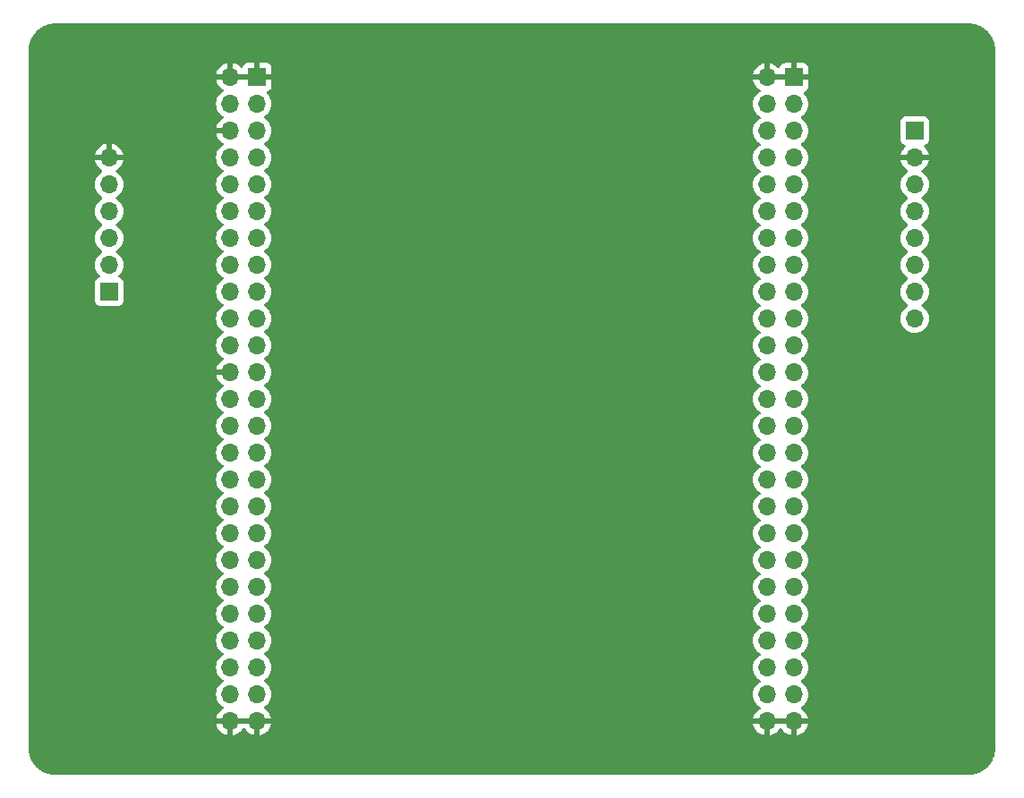
<source format=gbr>
%TF.GenerationSoftware,KiCad,Pcbnew,7.0.1-0*%
%TF.CreationDate,2023-05-31T07:57:39-06:00*%
%TF.ProjectId,PhaseD_Prototype,50686173-6544-45f5-9072-6f746f747970,rev?*%
%TF.SameCoordinates,Original*%
%TF.FileFunction,Copper,L2,Bot*%
%TF.FilePolarity,Positive*%
%FSLAX46Y46*%
G04 Gerber Fmt 4.6, Leading zero omitted, Abs format (unit mm)*
G04 Created by KiCad (PCBNEW 7.0.1-0) date 2023-05-31 07:57:39*
%MOMM*%
%LPD*%
G01*
G04 APERTURE LIST*
%TA.AperFunction,ComponentPad*%
%ADD10R,1.700000X1.700000*%
%TD*%
%TA.AperFunction,ComponentPad*%
%ADD11O,1.700000X1.700000*%
%TD*%
%TA.AperFunction,ViaPad*%
%ADD12C,0.800000*%
%TD*%
G04 APERTURE END LIST*
D10*
%TO.P,J3,1,Pin_1*%
%TO.N,+5V*%
X157480000Y-66040000D03*
D11*
%TO.P,J3,2,Pin_2*%
%TO.N,GND*%
X157480000Y-68580000D03*
%TO.P,J3,3,Pin_3*%
%TO.N,SCL*%
X157480000Y-71120000D03*
%TO.P,J3,4,Pin_4*%
%TO.N,SDA*%
X157480000Y-73660000D03*
%TO.P,J3,5,Pin_5*%
%TO.N,unconnected-(J3-Pin_5-Pad5)*%
X157480000Y-76200000D03*
%TO.P,J3,6,Pin_6*%
%TO.N,unconnected-(J3-Pin_6-Pad6)*%
X157480000Y-78740000D03*
%TO.P,J3,7,Pin_7*%
%TO.N,unconnected-(J3-Pin_7-Pad7)*%
X157480000Y-81280000D03*
%TO.P,J3,8,Pin_8*%
%TO.N,INT*%
X157480000Y-83820000D03*
%TD*%
D10*
%TO.P,J4,1,Pin_1*%
%TO.N,unconnected-(J4-Pin_1-Pad1)*%
X81280000Y-81280000D03*
D11*
%TO.P,J4,2,Pin_2*%
%TO.N,Tx*%
X81280000Y-78740000D03*
%TO.P,J4,3,Pin_3*%
%TO.N,Rx*%
X81280000Y-76200000D03*
%TO.P,J4,4,Pin_4*%
%TO.N,+5V*%
X81280000Y-73660000D03*
%TO.P,J4,5,Pin_5*%
%TO.N,unconnected-(J4-Pin_5-Pad5)*%
X81280000Y-71120000D03*
%TO.P,J4,6,Pin_6*%
%TO.N,GND*%
X81280000Y-68580000D03*
%TD*%
D10*
%TO.P,J2,1,Pin_1*%
%TO.N,GND*%
X146070000Y-60990000D03*
D11*
%TO.P,J2,2,Pin_2*%
X143530000Y-60990000D03*
%TO.P,J2,3,Pin_3*%
%TO.N,+5V*%
X146070000Y-63530000D03*
%TO.P,J2,4,Pin_4*%
X143530000Y-63530000D03*
%TO.P,J2,5,Pin_5*%
%TO.N,+3V0*%
X146070000Y-66070000D03*
%TO.P,J2,6,Pin_6*%
X143530000Y-66070000D03*
%TO.P,J2,7,Pin_7*%
%TO.N,unconnected-(J2-Pin_7-Pad7)*%
X146070000Y-68610000D03*
%TO.P,J2,8,Pin_8*%
%TO.N,unconnected-(J2-Pin_8-Pad8)*%
X143530000Y-68610000D03*
%TO.P,J2,9,Pin_9*%
%TO.N,unconnected-(J2-Pin_9-Pad9)*%
X146070000Y-71150000D03*
%TO.P,J2,10,Pin_10*%
%TO.N,unconnected-(J2-Pin_10-Pad10)*%
X143530000Y-71150000D03*
%TO.P,J2,11,Pin_11*%
%TO.N,unconnected-(J2-Pin_11-Pad11)*%
X146070000Y-73690000D03*
%TO.P,J2,12,Pin_12*%
%TO.N,unconnected-(J2-Pin_12-Pad12)*%
X143530000Y-73690000D03*
%TO.P,J2,13,Pin_13*%
%TO.N,unconnected-(J2-Pin_13-Pad13)*%
X146070000Y-76230000D03*
%TO.P,J2,14,Pin_14*%
%TO.N,unconnected-(J2-Pin_14-Pad14)*%
X143530000Y-76230000D03*
%TO.P,J2,15,Pin_15*%
%TO.N,unconnected-(J2-Pin_15-Pad15)*%
X146070000Y-78770000D03*
%TO.P,J2,16,Pin_16*%
%TO.N,unconnected-(J2-Pin_16-Pad16)*%
X143530000Y-78770000D03*
%TO.P,J2,17,Pin_17*%
%TO.N,unconnected-(J2-Pin_17-Pad17)*%
X146070000Y-81310000D03*
%TO.P,J2,18,Pin_18*%
%TO.N,unconnected-(J2-Pin_18-Pad18)*%
X143530000Y-81310000D03*
%TO.P,J2,19,Pin_19*%
%TO.N,unconnected-(J2-Pin_19-Pad19)*%
X146070000Y-83850000D03*
%TO.P,J2,20,Pin_20*%
%TO.N,unconnected-(J2-Pin_20-Pad20)*%
X143530000Y-83850000D03*
%TO.P,J2,21,Pin_21*%
%TO.N,unconnected-(J2-Pin_21-Pad21)*%
X146070000Y-86390000D03*
%TO.P,J2,22,Pin_22*%
%TO.N,unconnected-(J2-Pin_22-Pad22)*%
X143530000Y-86390000D03*
%TO.P,J2,23,Pin_23*%
%TO.N,SDA*%
X146070000Y-88930000D03*
%TO.P,J2,24,Pin_24*%
%TO.N,SCL*%
X143530000Y-88930000D03*
%TO.P,J2,25,Pin_25*%
%TO.N,INT*%
X146070000Y-91470000D03*
%TO.P,J2,26,Pin_26*%
%TO.N,unconnected-(J2-Pin_26-Pad26)*%
X143530000Y-91470000D03*
%TO.P,J2,27,Pin_27*%
%TO.N,unconnected-(J2-Pin_27-Pad27)*%
X146070000Y-94010000D03*
%TO.P,J2,28,Pin_28*%
%TO.N,unconnected-(J2-Pin_28-Pad28)*%
X143530000Y-94010000D03*
%TO.P,J2,29,Pin_29*%
%TO.N,unconnected-(J2-Pin_29-Pad29)*%
X146070000Y-96550000D03*
%TO.P,J2,30,Pin_30*%
%TO.N,unconnected-(J2-Pin_30-Pad30)*%
X143530000Y-96550000D03*
%TO.P,J2,31,Pin_31*%
%TO.N,unconnected-(J2-Pin_31-Pad31)*%
X146070000Y-99090000D03*
%TO.P,J2,32,Pin_32*%
%TO.N,unconnected-(J2-Pin_32-Pad32)*%
X143530000Y-99090000D03*
%TO.P,J2,33,Pin_33*%
%TO.N,unconnected-(J2-Pin_33-Pad33)*%
X146070000Y-101630000D03*
%TO.P,J2,34,Pin_34*%
%TO.N,unconnected-(J2-Pin_34-Pad34)*%
X143530000Y-101630000D03*
%TO.P,J2,35,Pin_35*%
%TO.N,unconnected-(J2-Pin_35-Pad35)*%
X146070000Y-104170000D03*
%TO.P,J2,36,Pin_36*%
%TO.N,unconnected-(J2-Pin_36-Pad36)*%
X143530000Y-104170000D03*
%TO.P,J2,37,Pin_37*%
%TO.N,unconnected-(J2-Pin_37-Pad37)*%
X146070000Y-106710000D03*
%TO.P,J2,38,Pin_38*%
%TO.N,unconnected-(J2-Pin_38-Pad38)*%
X143530000Y-106710000D03*
%TO.P,J2,39,Pin_39*%
%TO.N,unconnected-(J2-Pin_39-Pad39)*%
X146070000Y-109250000D03*
%TO.P,J2,40,Pin_40*%
%TO.N,unconnected-(J2-Pin_40-Pad40)*%
X143530000Y-109250000D03*
%TO.P,J2,41,Pin_41*%
%TO.N,unconnected-(J2-Pin_41-Pad41)*%
X146070000Y-111790000D03*
%TO.P,J2,42,Pin_42*%
%TO.N,unconnected-(J2-Pin_42-Pad42)*%
X143530000Y-111790000D03*
%TO.P,J2,43,Pin_43*%
%TO.N,unconnected-(J2-Pin_43-Pad43)*%
X146070000Y-114330000D03*
%TO.P,J2,44,Pin_44*%
%TO.N,unconnected-(J2-Pin_44-Pad44)*%
X143530000Y-114330000D03*
%TO.P,J2,45,Pin_45*%
%TO.N,unconnected-(J2-Pin_45-Pad45)*%
X146070000Y-116870000D03*
%TO.P,J2,46,Pin_46*%
%TO.N,unconnected-(J2-Pin_46-Pad46)*%
X143530000Y-116870000D03*
%TO.P,J2,47,Pin_47*%
%TO.N,unconnected-(J2-Pin_47-Pad47)*%
X146070000Y-119410000D03*
%TO.P,J2,48,Pin_48*%
%TO.N,unconnected-(J2-Pin_48-Pad48)*%
X143530000Y-119410000D03*
%TO.P,J2,49,Pin_49*%
%TO.N,GND*%
X146070000Y-121950000D03*
%TO.P,J2,50,Pin_50*%
X143530000Y-121950000D03*
%TD*%
D10*
%TO.P,J1,1,Pin_1*%
%TO.N,GND*%
X95280000Y-60970000D03*
D11*
%TO.P,J1,2,Pin_2*%
X92740000Y-60970000D03*
%TO.P,J1,3,Pin_3*%
%TO.N,unconnected-(J1-Pin_3-Pad3)*%
X95280000Y-63510000D03*
%TO.P,J1,4,Pin_4*%
%TO.N,unconnected-(J1-Pin_4-Pad4)*%
X92740000Y-63510000D03*
%TO.P,J1,5,Pin_5*%
%TO.N,unconnected-(J1-Pin_5-Pad5)*%
X95280000Y-66050000D03*
%TO.P,J1,6,Pin_6*%
%TO.N,GND*%
X92740000Y-66050000D03*
%TO.P,J1,7,Pin_7*%
%TO.N,unconnected-(J1-Pin_7-Pad7)*%
X95280000Y-68590000D03*
%TO.P,J1,8,Pin_8*%
%TO.N,unconnected-(J1-Pin_8-Pad8)*%
X92740000Y-68590000D03*
%TO.P,J1,9,Pin_9*%
%TO.N,unconnected-(J1-Pin_9-Pad9)*%
X95280000Y-71130000D03*
%TO.P,J1,10,Pin_10*%
%TO.N,unconnected-(J1-Pin_10-Pad10)*%
X92740000Y-71130000D03*
%TO.P,J1,11,Pin_11*%
%TO.N,unconnected-(J1-Pin_11-Pad11)*%
X95280000Y-73670000D03*
%TO.P,J1,12,Pin_12*%
%TO.N,unconnected-(J1-Pin_12-Pad12)*%
X92740000Y-73670000D03*
%TO.P,J1,13,Pin_13*%
%TO.N,Tx*%
X95280000Y-76210000D03*
%TO.P,J1,14,Pin_14*%
%TO.N,Rx*%
X92740000Y-76210000D03*
%TO.P,J1,15,Pin_15*%
%TO.N,unconnected-(J1-Pin_15-Pad15)*%
X95280000Y-78750000D03*
%TO.P,J1,16,Pin_16*%
%TO.N,unconnected-(J1-Pin_16-Pad16)*%
X92740000Y-78750000D03*
%TO.P,J1,17,Pin_17*%
%TO.N,unconnected-(J1-Pin_17-Pad17)*%
X95280000Y-81290000D03*
%TO.P,J1,18,Pin_18*%
%TO.N,unconnected-(J1-Pin_18-Pad18)*%
X92740000Y-81290000D03*
%TO.P,J1,19,Pin_19*%
%TO.N,unconnected-(J1-Pin_19-Pad19)*%
X95280000Y-83830000D03*
%TO.P,J1,20,Pin_20*%
%TO.N,unconnected-(J1-Pin_20-Pad20)*%
X92740000Y-83830000D03*
%TO.P,J1,21,Pin_21*%
%TO.N,unconnected-(J1-Pin_21-Pad21)*%
X95280000Y-86370000D03*
%TO.P,J1,22,Pin_22*%
%TO.N,unconnected-(J1-Pin_22-Pad22)*%
X92740000Y-86370000D03*
%TO.P,J1,23,Pin_23*%
%TO.N,unconnected-(J1-Pin_23-Pad23)*%
X95280000Y-88910000D03*
%TO.P,J1,24,Pin_24*%
%TO.N,GND*%
X92740000Y-88910000D03*
%TO.P,J1,25,Pin_25*%
%TO.N,unconnected-(J1-Pin_25-Pad25)*%
X95280000Y-91450000D03*
%TO.P,J1,26,Pin_26*%
%TO.N,unconnected-(J1-Pin_26-Pad26)*%
X92740000Y-91450000D03*
%TO.P,J1,27,Pin_27*%
%TO.N,unconnected-(J1-Pin_27-Pad27)*%
X95280000Y-93990000D03*
%TO.P,J1,28,Pin_28*%
%TO.N,unconnected-(J1-Pin_28-Pad28)*%
X92740000Y-93990000D03*
%TO.P,J1,29,Pin_29*%
%TO.N,unconnected-(J1-Pin_29-Pad29)*%
X95280000Y-96530000D03*
%TO.P,J1,30,Pin_30*%
%TO.N,unconnected-(J1-Pin_30-Pad30)*%
X92740000Y-96530000D03*
%TO.P,J1,31,Pin_31*%
%TO.N,unconnected-(J1-Pin_31-Pad31)*%
X95280000Y-99070000D03*
%TO.P,J1,32,Pin_32*%
%TO.N,unconnected-(J1-Pin_32-Pad32)*%
X92740000Y-99070000D03*
%TO.P,J1,33,Pin_33*%
%TO.N,unconnected-(J1-Pin_33-Pad33)*%
X95280000Y-101610000D03*
%TO.P,J1,34,Pin_34*%
%TO.N,unconnected-(J1-Pin_34-Pad34)*%
X92740000Y-101610000D03*
%TO.P,J1,35,Pin_35*%
%TO.N,unconnected-(J1-Pin_35-Pad35)*%
X95280000Y-104150000D03*
%TO.P,J1,36,Pin_36*%
%TO.N,unconnected-(J1-Pin_36-Pad36)*%
X92740000Y-104150000D03*
%TO.P,J1,37,Pin_37*%
%TO.N,unconnected-(J1-Pin_37-Pad37)*%
X95280000Y-106690000D03*
%TO.P,J1,38,Pin_38*%
%TO.N,unconnected-(J1-Pin_38-Pad38)*%
X92740000Y-106690000D03*
%TO.P,J1,39,Pin_39*%
%TO.N,unconnected-(J1-Pin_39-Pad39)*%
X95280000Y-109230000D03*
%TO.P,J1,40,Pin_40*%
%TO.N,unconnected-(J1-Pin_40-Pad40)*%
X92740000Y-109230000D03*
%TO.P,J1,41,Pin_41*%
%TO.N,unconnected-(J1-Pin_41-Pad41)*%
X95280000Y-111770000D03*
%TO.P,J1,42,Pin_42*%
%TO.N,unconnected-(J1-Pin_42-Pad42)*%
X92740000Y-111770000D03*
%TO.P,J1,43,Pin_43*%
%TO.N,unconnected-(J1-Pin_43-Pad43)*%
X95280000Y-114310000D03*
%TO.P,J1,44,Pin_44*%
%TO.N,unconnected-(J1-Pin_44-Pad44)*%
X92740000Y-114310000D03*
%TO.P,J1,45,Pin_45*%
%TO.N,unconnected-(J1-Pin_45-Pad45)*%
X95280000Y-116850000D03*
%TO.P,J1,46,Pin_46*%
%TO.N,unconnected-(J1-Pin_46-Pad46)*%
X92740000Y-116850000D03*
%TO.P,J1,47,Pin_47*%
%TO.N,unconnected-(J1-Pin_47-Pad47)*%
X95280000Y-119390000D03*
%TO.P,J1,48,Pin_48*%
%TO.N,unconnected-(J1-Pin_48-Pad48)*%
X92740000Y-119390000D03*
%TO.P,J1,49,Pin_49*%
%TO.N,GND*%
X95280000Y-121930000D03*
%TO.P,J1,50,Pin_50*%
X92740000Y-121930000D03*
%TD*%
D12*
%TO.N,GND*%
X90813866Y-66044894D03*
X90899856Y-88950569D03*
%TD*%
%TA.AperFunction,Conductor*%
%TO.N,GND*%
G36*
X162563471Y-55880694D02*
G01*
X162675527Y-55886987D01*
X162844353Y-55897199D01*
X162857591Y-55898720D01*
X162989665Y-55921160D01*
X162991007Y-55921397D01*
X163136210Y-55948007D01*
X163148153Y-55950814D01*
X163280788Y-55989025D01*
X163283279Y-55989773D01*
X163420146Y-56032423D01*
X163430682Y-56036237D01*
X163559736Y-56089693D01*
X163563063Y-56091130D01*
X163692306Y-56149298D01*
X163701372Y-56153834D01*
X163824331Y-56221791D01*
X163828500Y-56224202D01*
X163948988Y-56297040D01*
X163956592Y-56302027D01*
X164071525Y-56383575D01*
X164076223Y-56387078D01*
X164186752Y-56473672D01*
X164192906Y-56478823D01*
X164298133Y-56572859D01*
X164303187Y-56577638D01*
X164402360Y-56676811D01*
X164407139Y-56681865D01*
X164501175Y-56787092D01*
X164506326Y-56793246D01*
X164592904Y-56903754D01*
X164596423Y-56908473D01*
X164677971Y-57023406D01*
X164682958Y-57031010D01*
X164755796Y-57151498D01*
X164758207Y-57155667D01*
X164826164Y-57278626D01*
X164830712Y-57287716D01*
X164888832Y-57416853D01*
X164890317Y-57420291D01*
X164943756Y-57549303D01*
X164947580Y-57559866D01*
X164990214Y-57696684D01*
X164990983Y-57699246D01*
X165029180Y-57831831D01*
X165031995Y-57843807D01*
X165058578Y-57988865D01*
X165058857Y-57990446D01*
X165081275Y-58122385D01*
X165082801Y-58135670D01*
X165092997Y-58304242D01*
X165093028Y-58304774D01*
X165099305Y-58416527D01*
X165099500Y-58423481D01*
X165099500Y-124456519D01*
X165099305Y-124463473D01*
X165093028Y-124575224D01*
X165092997Y-124575756D01*
X165082801Y-124744328D01*
X165081275Y-124757613D01*
X165058857Y-124889552D01*
X165058578Y-124891133D01*
X165031995Y-125036191D01*
X165029180Y-125048167D01*
X164990983Y-125180752D01*
X164990214Y-125183314D01*
X164947580Y-125320132D01*
X164943756Y-125330695D01*
X164890317Y-125459707D01*
X164888832Y-125463145D01*
X164830712Y-125592282D01*
X164826164Y-125601372D01*
X164758207Y-125724331D01*
X164755796Y-125728500D01*
X164682958Y-125848988D01*
X164677971Y-125856592D01*
X164596423Y-125971525D01*
X164592904Y-125976244D01*
X164506326Y-126086752D01*
X164501175Y-126092906D01*
X164407139Y-126198133D01*
X164402360Y-126203187D01*
X164303187Y-126302360D01*
X164298133Y-126307139D01*
X164192906Y-126401175D01*
X164186752Y-126406326D01*
X164076244Y-126492904D01*
X164071525Y-126496423D01*
X163956592Y-126577971D01*
X163948988Y-126582958D01*
X163828500Y-126655796D01*
X163824331Y-126658207D01*
X163701372Y-126726164D01*
X163692282Y-126730712D01*
X163563145Y-126788832D01*
X163559707Y-126790317D01*
X163430695Y-126843756D01*
X163420132Y-126847580D01*
X163283314Y-126890214D01*
X163280752Y-126890983D01*
X163148167Y-126929180D01*
X163136191Y-126931995D01*
X162991133Y-126958578D01*
X162989552Y-126958857D01*
X162857613Y-126981275D01*
X162844328Y-126982801D01*
X162675756Y-126992997D01*
X162675224Y-126993028D01*
X162567513Y-126999078D01*
X162563471Y-126999305D01*
X162556519Y-126999500D01*
X76203481Y-126999500D01*
X76196528Y-126999305D01*
X76192045Y-126999053D01*
X76084774Y-126993028D01*
X76084242Y-126992997D01*
X75915670Y-126982801D01*
X75902385Y-126981275D01*
X75770446Y-126958857D01*
X75768865Y-126958578D01*
X75623807Y-126931995D01*
X75611831Y-126929180D01*
X75479246Y-126890983D01*
X75476684Y-126890214D01*
X75339866Y-126847580D01*
X75329303Y-126843756D01*
X75200291Y-126790317D01*
X75196873Y-126788841D01*
X75067713Y-126730710D01*
X75058626Y-126726164D01*
X74935667Y-126658207D01*
X74931498Y-126655796D01*
X74811010Y-126582958D01*
X74803406Y-126577971D01*
X74688473Y-126496423D01*
X74683754Y-126492904D01*
X74573246Y-126406326D01*
X74567092Y-126401175D01*
X74461865Y-126307139D01*
X74456811Y-126302360D01*
X74357638Y-126203187D01*
X74352859Y-126198133D01*
X74258823Y-126092906D01*
X74253672Y-126086752D01*
X74167078Y-125976223D01*
X74163575Y-125971525D01*
X74082027Y-125856592D01*
X74077040Y-125848988D01*
X74004202Y-125728500D01*
X74001791Y-125724331D01*
X73983272Y-125690824D01*
X73933832Y-125601369D01*
X73929298Y-125592306D01*
X73871130Y-125463063D01*
X73869693Y-125459736D01*
X73816237Y-125330682D01*
X73812423Y-125320146D01*
X73769773Y-125183279D01*
X73769015Y-125180752D01*
X73764307Y-125164409D01*
X73730814Y-125048153D01*
X73728007Y-125036210D01*
X73701397Y-124891007D01*
X73701160Y-124889665D01*
X73678720Y-124757591D01*
X73677199Y-124744353D01*
X73666983Y-124575453D01*
X73660694Y-124463471D01*
X73660500Y-124456521D01*
X73660500Y-122180000D01*
X91409364Y-122180000D01*
X91466569Y-122393492D01*
X91566399Y-122607576D01*
X91701893Y-122801081D01*
X91868918Y-122968106D01*
X92062423Y-123103600D01*
X92276507Y-123203430D01*
X92489999Y-123260635D01*
X92490000Y-123260636D01*
X92490000Y-122180000D01*
X92990000Y-122180000D01*
X92990000Y-123260635D01*
X93203492Y-123203430D01*
X93417576Y-123103600D01*
X93611081Y-122968106D01*
X93778106Y-122801081D01*
X93908425Y-122614968D01*
X93952743Y-122576103D01*
X94010000Y-122562092D01*
X94067257Y-122576103D01*
X94111575Y-122614968D01*
X94241893Y-122801081D01*
X94408918Y-122968106D01*
X94602423Y-123103600D01*
X94816507Y-123203430D01*
X95029999Y-123260635D01*
X95030000Y-123260636D01*
X95030000Y-122180000D01*
X95530000Y-122180000D01*
X95530000Y-123260635D01*
X95743492Y-123203430D01*
X95957576Y-123103600D01*
X96151081Y-122968106D01*
X96318106Y-122801081D01*
X96453600Y-122607576D01*
X96553430Y-122393492D01*
X96605277Y-122200000D01*
X142199364Y-122200000D01*
X142256569Y-122413492D01*
X142356399Y-122627576D01*
X142491893Y-122821081D01*
X142658918Y-122988106D01*
X142852423Y-123123600D01*
X143066507Y-123223430D01*
X143279999Y-123280635D01*
X143280000Y-123280636D01*
X143280000Y-122200000D01*
X143780000Y-122200000D01*
X143780000Y-123280635D01*
X143993492Y-123223430D01*
X144207576Y-123123600D01*
X144401081Y-122988106D01*
X144568106Y-122821081D01*
X144698425Y-122634968D01*
X144742743Y-122596103D01*
X144800000Y-122582092D01*
X144857257Y-122596103D01*
X144901575Y-122634968D01*
X145031893Y-122821081D01*
X145198918Y-122988106D01*
X145392423Y-123123600D01*
X145606507Y-123223430D01*
X145819999Y-123280635D01*
X145820000Y-123280636D01*
X145820000Y-122200000D01*
X146320000Y-122200000D01*
X146320000Y-123280635D01*
X146533492Y-123223430D01*
X146747576Y-123123600D01*
X146941081Y-122988106D01*
X147108106Y-122821081D01*
X147243600Y-122627576D01*
X147343430Y-122413492D01*
X147400636Y-122200000D01*
X146320000Y-122200000D01*
X145820000Y-122200000D01*
X143780000Y-122200000D01*
X143280000Y-122200000D01*
X142199364Y-122200000D01*
X96605277Y-122200000D01*
X96610636Y-122180000D01*
X95530000Y-122180000D01*
X95030000Y-122180000D01*
X92990000Y-122180000D01*
X92490000Y-122180000D01*
X91409364Y-122180000D01*
X73660500Y-122180000D01*
X73660500Y-119390000D01*
X91384340Y-119390000D01*
X91404936Y-119625407D01*
X91449709Y-119792502D01*
X91466097Y-119853663D01*
X91565965Y-120067830D01*
X91701505Y-120261401D01*
X91868599Y-120428495D01*
X92054597Y-120558732D01*
X92093460Y-120603048D01*
X92107471Y-120660305D01*
X92093461Y-120717561D01*
X92054595Y-120761880D01*
X91868919Y-120891892D01*
X91701890Y-121058921D01*
X91566400Y-121252421D01*
X91466569Y-121466507D01*
X91409364Y-121679999D01*
X91409364Y-121680000D01*
X96610636Y-121680000D01*
X96610635Y-121679999D01*
X96553430Y-121466507D01*
X96453599Y-121252421D01*
X96318109Y-121058921D01*
X96151081Y-120891893D01*
X95965404Y-120761880D01*
X95926539Y-120717562D01*
X95912528Y-120660305D01*
X95926539Y-120603048D01*
X95965402Y-120558732D01*
X96151401Y-120428495D01*
X96318495Y-120261401D01*
X96454035Y-120067830D01*
X96553903Y-119853663D01*
X96615063Y-119625408D01*
X96633909Y-119409999D01*
X142174340Y-119409999D01*
X142194936Y-119645407D01*
X142239709Y-119812502D01*
X142256097Y-119873663D01*
X142355965Y-120087830D01*
X142491505Y-120281401D01*
X142658599Y-120448495D01*
X142844597Y-120578732D01*
X142883460Y-120623048D01*
X142897471Y-120680305D01*
X142883461Y-120737561D01*
X142844595Y-120781880D01*
X142658919Y-120911892D01*
X142491890Y-121078921D01*
X142356400Y-121272421D01*
X142256569Y-121486507D01*
X142199364Y-121699999D01*
X142199364Y-121700000D01*
X147400636Y-121700000D01*
X147400635Y-121699999D01*
X147343430Y-121486507D01*
X147243599Y-121272421D01*
X147108109Y-121078921D01*
X146941081Y-120911893D01*
X146755404Y-120781880D01*
X146716539Y-120737562D01*
X146702528Y-120680305D01*
X146716539Y-120623048D01*
X146755402Y-120578732D01*
X146941401Y-120448495D01*
X147108495Y-120281401D01*
X147244035Y-120087830D01*
X147343903Y-119873663D01*
X147405063Y-119645408D01*
X147425659Y-119410000D01*
X147405063Y-119174592D01*
X147343903Y-118946337D01*
X147244035Y-118732171D01*
X147108495Y-118538599D01*
X146941401Y-118371505D01*
X146755839Y-118241573D01*
X146716976Y-118197257D01*
X146702965Y-118140000D01*
X146716976Y-118082743D01*
X146755839Y-118038426D01*
X146941401Y-117908495D01*
X147108495Y-117741401D01*
X147244035Y-117547830D01*
X147343903Y-117333663D01*
X147405063Y-117105408D01*
X147425659Y-116870000D01*
X147405063Y-116634592D01*
X147343903Y-116406337D01*
X147244035Y-116192171D01*
X147108495Y-115998599D01*
X146941401Y-115831505D01*
X146755839Y-115701573D01*
X146716975Y-115657257D01*
X146702964Y-115600000D01*
X146716975Y-115542743D01*
X146755839Y-115498426D01*
X146941401Y-115368495D01*
X147108495Y-115201401D01*
X147244035Y-115007830D01*
X147343903Y-114793663D01*
X147405063Y-114565408D01*
X147425659Y-114330000D01*
X147405063Y-114094592D01*
X147343903Y-113866337D01*
X147244035Y-113652171D01*
X147108495Y-113458599D01*
X146941401Y-113291505D01*
X146755839Y-113161573D01*
X146716975Y-113117257D01*
X146702964Y-113060000D01*
X146716975Y-113002743D01*
X146755839Y-112958426D01*
X146941401Y-112828495D01*
X147108495Y-112661401D01*
X147244035Y-112467830D01*
X147343903Y-112253663D01*
X147405063Y-112025408D01*
X147425659Y-111790000D01*
X147405063Y-111554592D01*
X147343903Y-111326337D01*
X147244035Y-111112171D01*
X147108495Y-110918599D01*
X146941401Y-110751505D01*
X146755839Y-110621573D01*
X146716974Y-110577255D01*
X146702964Y-110519999D01*
X146716975Y-110462742D01*
X146755837Y-110418428D01*
X146941401Y-110288495D01*
X147108495Y-110121401D01*
X147244035Y-109927830D01*
X147343903Y-109713663D01*
X147405063Y-109485408D01*
X147425659Y-109250000D01*
X147405063Y-109014592D01*
X147343903Y-108786337D01*
X147244035Y-108572171D01*
X147108495Y-108378599D01*
X146941401Y-108211505D01*
X146755839Y-108081573D01*
X146716975Y-108037257D01*
X146702964Y-107980000D01*
X146716975Y-107922743D01*
X146755839Y-107878426D01*
X146941401Y-107748495D01*
X147108495Y-107581401D01*
X147244035Y-107387830D01*
X147343903Y-107173663D01*
X147405063Y-106945408D01*
X147425659Y-106710000D01*
X147405063Y-106474592D01*
X147343903Y-106246337D01*
X147244035Y-106032171D01*
X147108495Y-105838599D01*
X146941401Y-105671505D01*
X146755839Y-105541573D01*
X146716975Y-105497257D01*
X146702964Y-105440000D01*
X146716975Y-105382743D01*
X146755839Y-105338426D01*
X146941401Y-105208495D01*
X147108495Y-105041401D01*
X147244035Y-104847830D01*
X147343903Y-104633663D01*
X147405063Y-104405408D01*
X147425659Y-104170000D01*
X147405063Y-103934592D01*
X147343903Y-103706337D01*
X147244035Y-103492171D01*
X147108495Y-103298599D01*
X146941401Y-103131505D01*
X146755839Y-103001573D01*
X146716975Y-102957257D01*
X146702964Y-102900000D01*
X146716975Y-102842743D01*
X146755839Y-102798426D01*
X146941401Y-102668495D01*
X147108495Y-102501401D01*
X147244035Y-102307830D01*
X147343903Y-102093663D01*
X147405063Y-101865408D01*
X147425659Y-101630000D01*
X147405063Y-101394592D01*
X147343903Y-101166337D01*
X147244035Y-100952171D01*
X147108495Y-100758599D01*
X146941401Y-100591505D01*
X146755839Y-100461573D01*
X146716974Y-100417255D01*
X146702964Y-100359999D01*
X146716975Y-100302742D01*
X146755837Y-100258428D01*
X146941401Y-100128495D01*
X147108495Y-99961401D01*
X147244035Y-99767830D01*
X147343903Y-99553663D01*
X147405063Y-99325408D01*
X147425659Y-99090000D01*
X147405063Y-98854592D01*
X147343903Y-98626337D01*
X147244035Y-98412171D01*
X147108495Y-98218599D01*
X146941401Y-98051505D01*
X146755839Y-97921573D01*
X146716974Y-97877255D01*
X146702964Y-97819999D01*
X146716975Y-97762742D01*
X146755837Y-97718428D01*
X146941401Y-97588495D01*
X147108495Y-97421401D01*
X147244035Y-97227830D01*
X147343903Y-97013663D01*
X147405063Y-96785408D01*
X147425659Y-96550000D01*
X147405063Y-96314592D01*
X147343903Y-96086337D01*
X147244035Y-95872171D01*
X147108495Y-95678599D01*
X146941401Y-95511505D01*
X146755839Y-95381573D01*
X146716974Y-95337255D01*
X146702964Y-95279999D01*
X146716975Y-95222742D01*
X146755837Y-95178428D01*
X146941401Y-95048495D01*
X147108495Y-94881401D01*
X147244035Y-94687830D01*
X147343903Y-94473663D01*
X147405063Y-94245408D01*
X147425659Y-94010000D01*
X147405063Y-93774592D01*
X147343903Y-93546337D01*
X147244035Y-93332171D01*
X147108495Y-93138599D01*
X146941401Y-92971505D01*
X146755839Y-92841573D01*
X146716975Y-92797257D01*
X146702964Y-92740000D01*
X146716975Y-92682743D01*
X146755839Y-92638426D01*
X146941401Y-92508495D01*
X147108495Y-92341401D01*
X147244035Y-92147830D01*
X147343903Y-91933663D01*
X147405063Y-91705408D01*
X147425659Y-91470000D01*
X147405063Y-91234592D01*
X147343903Y-91006337D01*
X147244035Y-90792171D01*
X147108495Y-90598599D01*
X146941401Y-90431505D01*
X146755839Y-90301573D01*
X146716975Y-90257257D01*
X146702964Y-90200000D01*
X146716975Y-90142743D01*
X146755839Y-90098426D01*
X146941401Y-89968495D01*
X147108495Y-89801401D01*
X147244035Y-89607830D01*
X147343903Y-89393663D01*
X147405063Y-89165408D01*
X147425659Y-88930000D01*
X147405063Y-88694592D01*
X147343903Y-88466337D01*
X147244035Y-88252171D01*
X147108495Y-88058599D01*
X146941401Y-87891505D01*
X146755839Y-87761573D01*
X146716975Y-87717257D01*
X146702964Y-87660000D01*
X146716975Y-87602743D01*
X146755839Y-87558426D01*
X146941401Y-87428495D01*
X147108495Y-87261401D01*
X147244035Y-87067830D01*
X147343903Y-86853663D01*
X147405063Y-86625408D01*
X147425659Y-86390000D01*
X147405063Y-86154592D01*
X147343903Y-85926337D01*
X147244035Y-85712171D01*
X147108495Y-85518599D01*
X146941401Y-85351505D01*
X146755839Y-85221573D01*
X146716976Y-85177257D01*
X146702965Y-85120000D01*
X146716976Y-85062743D01*
X146755839Y-85018426D01*
X146941401Y-84888495D01*
X147108495Y-84721401D01*
X147244035Y-84527830D01*
X147343903Y-84313663D01*
X147405063Y-84085408D01*
X147425659Y-83850000D01*
X147423034Y-83820000D01*
X156124340Y-83820000D01*
X156144936Y-84055407D01*
X156147616Y-84065407D01*
X156206097Y-84283663D01*
X156305965Y-84497830D01*
X156441505Y-84691401D01*
X156608599Y-84858495D01*
X156802170Y-84994035D01*
X157016337Y-85093903D01*
X157244592Y-85155063D01*
X157480000Y-85175659D01*
X157715408Y-85155063D01*
X157943663Y-85093903D01*
X158157830Y-84994035D01*
X158351401Y-84858495D01*
X158518495Y-84691401D01*
X158654035Y-84497830D01*
X158753903Y-84283663D01*
X158815063Y-84055408D01*
X158835659Y-83820000D01*
X158815063Y-83584592D01*
X158753903Y-83356337D01*
X158654035Y-83142171D01*
X158518495Y-82948599D01*
X158351401Y-82781505D01*
X158165839Y-82651573D01*
X158126975Y-82607257D01*
X158112964Y-82550000D01*
X158126975Y-82492743D01*
X158165839Y-82448426D01*
X158351401Y-82318495D01*
X158518495Y-82151401D01*
X158654035Y-81957830D01*
X158753903Y-81743663D01*
X158815063Y-81515408D01*
X158835659Y-81280000D01*
X158815063Y-81044592D01*
X158753903Y-80816337D01*
X158654035Y-80602171D01*
X158518495Y-80408599D01*
X158351401Y-80241505D01*
X158165839Y-80111573D01*
X158126976Y-80067257D01*
X158112965Y-80010000D01*
X158126976Y-79952743D01*
X158165839Y-79908426D01*
X158351401Y-79778495D01*
X158518495Y-79611401D01*
X158654035Y-79417830D01*
X158753903Y-79203663D01*
X158815063Y-78975408D01*
X158835659Y-78740000D01*
X158815063Y-78504592D01*
X158753903Y-78276337D01*
X158654035Y-78062171D01*
X158518495Y-77868599D01*
X158351401Y-77701505D01*
X158165839Y-77571573D01*
X158126975Y-77527257D01*
X158112964Y-77470000D01*
X158126975Y-77412743D01*
X158165839Y-77368426D01*
X158351401Y-77238495D01*
X158518495Y-77071401D01*
X158654035Y-76877830D01*
X158753903Y-76663663D01*
X158815063Y-76435408D01*
X158835659Y-76200000D01*
X158815063Y-75964592D01*
X158753903Y-75736337D01*
X158654035Y-75522171D01*
X158518495Y-75328599D01*
X158351401Y-75161505D01*
X158165839Y-75031573D01*
X158126975Y-74987257D01*
X158112964Y-74930000D01*
X158126975Y-74872743D01*
X158165839Y-74828426D01*
X158351401Y-74698495D01*
X158518495Y-74531401D01*
X158654035Y-74337830D01*
X158753903Y-74123663D01*
X158815063Y-73895408D01*
X158835659Y-73660000D01*
X158815063Y-73424592D01*
X158753903Y-73196337D01*
X158654035Y-72982171D01*
X158518495Y-72788599D01*
X158351401Y-72621505D01*
X158165839Y-72491573D01*
X158126975Y-72447257D01*
X158112964Y-72390000D01*
X158126975Y-72332743D01*
X158165839Y-72288426D01*
X158351401Y-72158495D01*
X158518495Y-71991401D01*
X158654035Y-71797830D01*
X158753903Y-71583663D01*
X158815063Y-71355408D01*
X158835659Y-71120000D01*
X158815063Y-70884592D01*
X158753903Y-70656337D01*
X158654035Y-70442171D01*
X158518495Y-70248599D01*
X158351401Y-70081505D01*
X158165402Y-69951267D01*
X158126539Y-69906951D01*
X158112528Y-69849694D01*
X158126539Y-69792437D01*
X158165405Y-69748119D01*
X158351078Y-69618109D01*
X158518106Y-69451081D01*
X158653600Y-69257576D01*
X158753430Y-69043492D01*
X158810636Y-68830000D01*
X156149364Y-68830000D01*
X156206569Y-69043492D01*
X156306399Y-69257576D01*
X156441893Y-69451081D01*
X156608918Y-69618106D01*
X156794595Y-69748119D01*
X156833460Y-69792437D01*
X156847471Y-69849694D01*
X156833460Y-69906951D01*
X156794595Y-69951269D01*
X156608595Y-70081508D01*
X156441505Y-70248598D01*
X156305965Y-70442170D01*
X156206097Y-70656336D01*
X156144936Y-70884592D01*
X156124340Y-71120000D01*
X156144936Y-71355407D01*
X156147616Y-71365407D01*
X156206097Y-71583663D01*
X156305965Y-71797830D01*
X156441505Y-71991401D01*
X156608599Y-72158495D01*
X156794160Y-72288426D01*
X156833024Y-72332743D01*
X156847035Y-72390000D01*
X156833024Y-72447257D01*
X156794159Y-72491575D01*
X156608595Y-72621508D01*
X156441505Y-72788598D01*
X156305965Y-72982170D01*
X156206097Y-73196336D01*
X156144936Y-73424592D01*
X156124340Y-73659999D01*
X156144936Y-73895407D01*
X156147616Y-73905407D01*
X156206097Y-74123663D01*
X156305965Y-74337830D01*
X156441505Y-74531401D01*
X156608599Y-74698495D01*
X156794160Y-74828426D01*
X156833024Y-74872743D01*
X156847035Y-74930000D01*
X156833024Y-74987257D01*
X156794159Y-75031575D01*
X156608595Y-75161508D01*
X156441505Y-75328598D01*
X156305965Y-75522170D01*
X156206097Y-75736336D01*
X156144936Y-75964592D01*
X156124340Y-76200000D01*
X156144936Y-76435407D01*
X156147616Y-76445407D01*
X156206097Y-76663663D01*
X156305965Y-76877830D01*
X156441505Y-77071401D01*
X156608599Y-77238495D01*
X156794160Y-77368426D01*
X156833024Y-77412743D01*
X156847035Y-77470000D01*
X156833024Y-77527257D01*
X156794159Y-77571575D01*
X156608595Y-77701508D01*
X156441505Y-77868598D01*
X156305965Y-78062170D01*
X156206097Y-78276336D01*
X156144936Y-78504592D01*
X156124340Y-78739999D01*
X156144936Y-78975407D01*
X156147616Y-78985407D01*
X156206097Y-79203663D01*
X156305965Y-79417830D01*
X156441505Y-79611401D01*
X156608599Y-79778495D01*
X156794160Y-79908426D01*
X156833024Y-79952743D01*
X156847035Y-80010000D01*
X156833024Y-80067257D01*
X156794159Y-80111575D01*
X156608595Y-80241508D01*
X156441505Y-80408598D01*
X156305965Y-80602170D01*
X156206097Y-80816336D01*
X156144936Y-81044592D01*
X156124340Y-81280000D01*
X156144936Y-81515407D01*
X156147616Y-81525407D01*
X156206097Y-81743663D01*
X156305965Y-81957830D01*
X156441505Y-82151401D01*
X156608599Y-82318495D01*
X156794160Y-82448426D01*
X156833024Y-82492743D01*
X156847035Y-82550000D01*
X156833024Y-82607257D01*
X156794159Y-82651575D01*
X156608595Y-82781508D01*
X156441505Y-82948598D01*
X156305965Y-83142170D01*
X156206097Y-83356336D01*
X156144936Y-83584592D01*
X156124340Y-83820000D01*
X147423034Y-83820000D01*
X147405063Y-83614592D01*
X147343903Y-83386337D01*
X147244035Y-83172171D01*
X147108495Y-82978599D01*
X146941401Y-82811505D01*
X146755839Y-82681573D01*
X146716975Y-82637257D01*
X146702964Y-82580000D01*
X146716975Y-82522743D01*
X146755839Y-82478426D01*
X146941401Y-82348495D01*
X147108495Y-82181401D01*
X147244035Y-81987830D01*
X147343903Y-81773663D01*
X147405063Y-81545408D01*
X147425659Y-81310000D01*
X147405063Y-81074592D01*
X147343903Y-80846337D01*
X147244035Y-80632171D01*
X147108495Y-80438599D01*
X146941401Y-80271505D01*
X146755839Y-80141573D01*
X146716975Y-80097257D01*
X146702964Y-80040000D01*
X146716975Y-79982743D01*
X146755839Y-79938426D01*
X146941401Y-79808495D01*
X147108495Y-79641401D01*
X147244035Y-79447830D01*
X147343903Y-79233663D01*
X147405063Y-79005408D01*
X147425659Y-78770000D01*
X147405063Y-78534592D01*
X147343903Y-78306337D01*
X147244035Y-78092171D01*
X147108495Y-77898599D01*
X146941401Y-77731505D01*
X146755839Y-77601573D01*
X146716975Y-77557257D01*
X146702964Y-77500000D01*
X146716975Y-77442743D01*
X146755839Y-77398426D01*
X146941401Y-77268495D01*
X147108495Y-77101401D01*
X147244035Y-76907830D01*
X147343903Y-76693663D01*
X147405063Y-76465408D01*
X147425659Y-76230000D01*
X147405063Y-75994592D01*
X147343903Y-75766337D01*
X147244035Y-75552171D01*
X147108495Y-75358599D01*
X146941401Y-75191505D01*
X146755839Y-75061573D01*
X146716975Y-75017257D01*
X146702964Y-74960000D01*
X146716975Y-74902743D01*
X146755839Y-74858426D01*
X146941401Y-74728495D01*
X147108495Y-74561401D01*
X147244035Y-74367830D01*
X147343903Y-74153663D01*
X147405063Y-73925408D01*
X147425659Y-73690000D01*
X147405063Y-73454592D01*
X147343903Y-73226337D01*
X147244035Y-73012171D01*
X147108495Y-72818599D01*
X146941401Y-72651505D01*
X146755839Y-72521573D01*
X146716974Y-72477255D01*
X146702964Y-72419999D01*
X146716975Y-72362742D01*
X146755837Y-72318428D01*
X146941401Y-72188495D01*
X147108495Y-72021401D01*
X147244035Y-71827830D01*
X147343903Y-71613663D01*
X147405063Y-71385408D01*
X147425659Y-71150000D01*
X147405063Y-70914592D01*
X147343903Y-70686337D01*
X147244035Y-70472171D01*
X147108495Y-70278599D01*
X146941401Y-70111505D01*
X146755839Y-69981573D01*
X146716974Y-69937255D01*
X146702964Y-69879999D01*
X146716975Y-69822742D01*
X146755837Y-69778428D01*
X146941401Y-69648495D01*
X147108495Y-69481401D01*
X147244035Y-69287830D01*
X147343903Y-69073663D01*
X147405063Y-68845408D01*
X147425659Y-68610000D01*
X147405063Y-68374592D01*
X147343903Y-68146337D01*
X147244035Y-67932171D01*
X147108495Y-67738599D01*
X146941401Y-67571505D01*
X146755839Y-67441573D01*
X146716976Y-67397257D01*
X146702965Y-67340000D01*
X146716976Y-67282743D01*
X146755839Y-67238426D01*
X146941401Y-67108495D01*
X147108495Y-66941401D01*
X147110968Y-66937869D01*
X156129500Y-66937869D01*
X156135909Y-66997483D01*
X156186204Y-67132331D01*
X156272454Y-67247546D01*
X156387669Y-67333796D01*
X156519598Y-67383002D01*
X156569978Y-67417981D01*
X156597431Y-67472825D01*
X156595242Y-67534118D01*
X156563947Y-67586865D01*
X156441888Y-67708924D01*
X156306400Y-67902421D01*
X156206569Y-68116507D01*
X156149364Y-68329999D01*
X156149364Y-68330000D01*
X158810636Y-68330000D01*
X158810635Y-68329999D01*
X158753430Y-68116507D01*
X158653599Y-67902421D01*
X158518109Y-67708921D01*
X158396053Y-67586865D01*
X158364757Y-67534119D01*
X158362568Y-67472826D01*
X158390021Y-67417981D01*
X158440398Y-67383003D01*
X158572331Y-67333796D01*
X158687546Y-67247546D01*
X158773796Y-67132331D01*
X158824091Y-66997483D01*
X158830500Y-66937873D01*
X158830499Y-65142128D01*
X158824091Y-65082517D01*
X158773796Y-64947669D01*
X158687546Y-64832454D01*
X158572331Y-64746204D01*
X158437483Y-64695909D01*
X158377873Y-64689500D01*
X158377869Y-64689500D01*
X156582130Y-64689500D01*
X156522515Y-64695909D01*
X156387669Y-64746204D01*
X156272454Y-64832454D01*
X156186204Y-64947668D01*
X156135909Y-65082516D01*
X156129500Y-65142130D01*
X156129500Y-66937869D01*
X147110968Y-66937869D01*
X147244035Y-66747830D01*
X147343903Y-66533663D01*
X147405063Y-66305408D01*
X147425659Y-66070000D01*
X147405063Y-65834592D01*
X147343903Y-65606337D01*
X147244035Y-65392171D01*
X147108495Y-65198599D01*
X146941401Y-65031505D01*
X146755839Y-64901573D01*
X146716975Y-64857257D01*
X146702964Y-64800000D01*
X146716975Y-64742743D01*
X146755839Y-64698426D01*
X146941401Y-64568495D01*
X147108495Y-64401401D01*
X147244035Y-64207830D01*
X147343903Y-63993663D01*
X147405063Y-63765408D01*
X147425659Y-63530000D01*
X147405063Y-63294592D01*
X147343903Y-63066337D01*
X147244035Y-62852171D01*
X147108495Y-62658599D01*
X146986181Y-62536285D01*
X146954885Y-62483539D01*
X146952696Y-62422246D01*
X146980149Y-62367401D01*
X147030528Y-62332422D01*
X147162089Y-62283352D01*
X147277188Y-62197188D01*
X147363352Y-62082089D01*
X147413597Y-61947375D01*
X147420000Y-61887824D01*
X147420000Y-61240000D01*
X142199364Y-61240000D01*
X142256569Y-61453492D01*
X142356399Y-61667576D01*
X142491893Y-61861081D01*
X142658918Y-62028106D01*
X142844595Y-62158119D01*
X142883460Y-62202437D01*
X142897471Y-62259694D01*
X142883460Y-62316951D01*
X142844595Y-62361269D01*
X142658595Y-62491508D01*
X142491505Y-62658598D01*
X142355965Y-62852170D01*
X142256097Y-63066336D01*
X142194936Y-63294592D01*
X142174340Y-63530000D01*
X142194936Y-63765407D01*
X142239709Y-63932501D01*
X142256097Y-63993663D01*
X142355965Y-64207830D01*
X142491505Y-64401401D01*
X142658599Y-64568495D01*
X142844160Y-64698426D01*
X142883024Y-64742743D01*
X142897035Y-64800000D01*
X142883024Y-64857257D01*
X142844158Y-64901575D01*
X142686610Y-65011892D01*
X142658595Y-65031508D01*
X142491505Y-65198598D01*
X142355965Y-65392170D01*
X142256097Y-65606336D01*
X142194936Y-65834592D01*
X142174340Y-66069999D01*
X142194936Y-66305407D01*
X142239709Y-66472502D01*
X142256097Y-66533663D01*
X142355965Y-66747830D01*
X142491505Y-66941401D01*
X142658599Y-67108495D01*
X142844160Y-67238426D01*
X142883024Y-67282743D01*
X142897035Y-67340000D01*
X142883024Y-67397257D01*
X142844158Y-67441575D01*
X142700890Y-67541893D01*
X142658595Y-67571508D01*
X142491505Y-67738598D01*
X142355965Y-67932170D01*
X142256097Y-68146336D01*
X142194936Y-68374592D01*
X142174340Y-68609999D01*
X142194936Y-68845407D01*
X142239709Y-69012501D01*
X142256097Y-69073663D01*
X142355965Y-69287830D01*
X142491505Y-69481401D01*
X142658599Y-69648495D01*
X142844160Y-69778426D01*
X142883024Y-69822743D01*
X142897035Y-69880000D01*
X142883024Y-69937257D01*
X142844160Y-69981574D01*
X142701440Y-70081508D01*
X142658595Y-70111508D01*
X142491505Y-70278598D01*
X142355965Y-70472170D01*
X142256097Y-70686336D01*
X142194936Y-70914592D01*
X142174340Y-71150000D01*
X142194936Y-71385407D01*
X142239709Y-71552502D01*
X142256097Y-71613663D01*
X142355965Y-71827830D01*
X142491505Y-72021401D01*
X142658599Y-72188495D01*
X142844160Y-72318426D01*
X142883024Y-72362743D01*
X142897035Y-72420000D01*
X142883024Y-72477257D01*
X142844160Y-72521574D01*
X142701440Y-72621508D01*
X142658595Y-72651508D01*
X142491505Y-72818598D01*
X142355965Y-73012170D01*
X142256097Y-73226336D01*
X142194936Y-73454592D01*
X142174340Y-73689999D01*
X142194936Y-73925407D01*
X142239709Y-74092501D01*
X142256097Y-74153663D01*
X142355965Y-74367830D01*
X142491505Y-74561401D01*
X142658599Y-74728495D01*
X142844160Y-74858426D01*
X142883024Y-74902743D01*
X142897035Y-74960000D01*
X142883024Y-75017257D01*
X142844158Y-75061575D01*
X142701440Y-75161508D01*
X142658595Y-75191508D01*
X142491505Y-75358598D01*
X142355965Y-75552170D01*
X142256097Y-75766336D01*
X142194936Y-75994592D01*
X142174340Y-76230000D01*
X142194936Y-76465407D01*
X142239709Y-76632502D01*
X142256097Y-76693663D01*
X142355965Y-76907830D01*
X142491505Y-77101401D01*
X142658599Y-77268495D01*
X142844160Y-77398426D01*
X142883024Y-77442743D01*
X142897035Y-77500000D01*
X142883024Y-77557257D01*
X142844158Y-77601575D01*
X142701440Y-77701508D01*
X142658595Y-77731508D01*
X142491505Y-77898598D01*
X142355965Y-78092170D01*
X142256097Y-78306336D01*
X142194936Y-78534592D01*
X142174340Y-78769999D01*
X142194936Y-79005407D01*
X142239709Y-79172501D01*
X142256097Y-79233663D01*
X142355965Y-79447830D01*
X142491505Y-79641401D01*
X142658599Y-79808495D01*
X142844160Y-79938426D01*
X142883024Y-79982743D01*
X142897035Y-80040000D01*
X142883024Y-80097257D01*
X142844158Y-80141575D01*
X142701440Y-80241508D01*
X142658595Y-80271508D01*
X142491505Y-80438598D01*
X142355965Y-80632170D01*
X142256097Y-80846336D01*
X142194936Y-81074592D01*
X142174340Y-81310000D01*
X142194936Y-81545407D01*
X142239709Y-81712502D01*
X142256097Y-81773663D01*
X142355965Y-81987830D01*
X142491505Y-82181401D01*
X142658599Y-82348495D01*
X142844160Y-82478426D01*
X142883024Y-82522743D01*
X142897035Y-82580000D01*
X142883024Y-82637257D01*
X142844158Y-82681575D01*
X142701440Y-82781508D01*
X142658595Y-82811508D01*
X142491505Y-82978598D01*
X142355965Y-83172170D01*
X142256097Y-83386336D01*
X142194936Y-83614592D01*
X142174340Y-83849999D01*
X142194936Y-84085407D01*
X142239709Y-84252501D01*
X142256097Y-84313663D01*
X142355965Y-84527830D01*
X142491505Y-84721401D01*
X142658599Y-84888495D01*
X142844160Y-85018426D01*
X142883024Y-85062743D01*
X142897035Y-85120000D01*
X142883024Y-85177257D01*
X142844159Y-85221575D01*
X142658595Y-85351508D01*
X142491505Y-85518598D01*
X142355965Y-85712170D01*
X142256097Y-85926336D01*
X142194936Y-86154592D01*
X142174340Y-86390000D01*
X142194936Y-86625407D01*
X142239709Y-86792501D01*
X142256097Y-86853663D01*
X142355965Y-87067830D01*
X142491505Y-87261401D01*
X142658599Y-87428495D01*
X142844160Y-87558426D01*
X142883024Y-87602743D01*
X142897035Y-87660000D01*
X142883024Y-87717257D01*
X142844158Y-87761575D01*
X142686610Y-87871892D01*
X142658595Y-87891508D01*
X142491505Y-88058598D01*
X142355965Y-88252170D01*
X142256097Y-88466336D01*
X142194936Y-88694592D01*
X142174340Y-88930000D01*
X142194936Y-89165407D01*
X142239709Y-89332502D01*
X142256097Y-89393663D01*
X142355965Y-89607830D01*
X142491505Y-89801401D01*
X142658599Y-89968495D01*
X142844160Y-90098426D01*
X142883024Y-90142743D01*
X142897035Y-90200000D01*
X142883024Y-90257257D01*
X142844159Y-90301575D01*
X142658595Y-90431508D01*
X142491505Y-90598598D01*
X142355965Y-90792170D01*
X142256097Y-91006336D01*
X142194936Y-91234592D01*
X142174340Y-91469999D01*
X142194936Y-91705407D01*
X142239709Y-91872502D01*
X142256097Y-91933663D01*
X142355965Y-92147830D01*
X142491505Y-92341401D01*
X142658599Y-92508495D01*
X142844160Y-92638426D01*
X142883024Y-92682743D01*
X142897035Y-92740000D01*
X142883024Y-92797257D01*
X142844159Y-92841575D01*
X142658595Y-92971508D01*
X142491505Y-93138598D01*
X142355965Y-93332170D01*
X142256097Y-93546336D01*
X142194936Y-93774592D01*
X142174340Y-94010000D01*
X142194936Y-94245407D01*
X142239709Y-94412501D01*
X142256097Y-94473663D01*
X142355965Y-94687830D01*
X142491505Y-94881401D01*
X142658599Y-95048495D01*
X142844160Y-95178426D01*
X142883024Y-95222743D01*
X142897035Y-95280000D01*
X142883024Y-95337257D01*
X142844159Y-95381575D01*
X142658595Y-95511508D01*
X142491505Y-95678598D01*
X142355965Y-95872170D01*
X142256097Y-96086336D01*
X142194936Y-96314592D01*
X142174340Y-96550000D01*
X142194936Y-96785407D01*
X142239709Y-96952501D01*
X142256097Y-97013663D01*
X142355965Y-97227830D01*
X142491505Y-97421401D01*
X142658599Y-97588495D01*
X142844160Y-97718426D01*
X142883024Y-97762743D01*
X142897035Y-97820000D01*
X142883024Y-97877257D01*
X142844159Y-97921575D01*
X142658595Y-98051508D01*
X142491505Y-98218598D01*
X142355965Y-98412170D01*
X142256097Y-98626336D01*
X142194936Y-98854592D01*
X142174340Y-99089999D01*
X142194936Y-99325407D01*
X142239709Y-99492502D01*
X142256097Y-99553663D01*
X142355965Y-99767830D01*
X142491505Y-99961401D01*
X142658599Y-100128495D01*
X142844160Y-100258426D01*
X142883024Y-100302743D01*
X142897035Y-100360000D01*
X142883024Y-100417257D01*
X142844159Y-100461575D01*
X142658595Y-100591508D01*
X142491505Y-100758598D01*
X142355965Y-100952170D01*
X142256097Y-101166336D01*
X142194936Y-101394592D01*
X142174340Y-101629999D01*
X142194936Y-101865407D01*
X142239709Y-102032502D01*
X142256097Y-102093663D01*
X142355965Y-102307830D01*
X142491505Y-102501401D01*
X142658599Y-102668495D01*
X142844160Y-102798426D01*
X142883024Y-102842743D01*
X142897035Y-102900000D01*
X142883024Y-102957257D01*
X142844159Y-103001575D01*
X142658595Y-103131508D01*
X142491505Y-103298598D01*
X142355965Y-103492170D01*
X142256097Y-103706336D01*
X142194936Y-103934592D01*
X142174340Y-104170000D01*
X142194936Y-104405407D01*
X142239709Y-104572501D01*
X142256097Y-104633663D01*
X142355965Y-104847830D01*
X142491505Y-105041401D01*
X142658599Y-105208495D01*
X142844160Y-105338426D01*
X142883024Y-105382743D01*
X142897035Y-105440000D01*
X142883024Y-105497257D01*
X142844159Y-105541575D01*
X142658595Y-105671508D01*
X142491505Y-105838598D01*
X142355965Y-106032170D01*
X142256097Y-106246336D01*
X142194936Y-106474592D01*
X142174340Y-106710000D01*
X142194936Y-106945407D01*
X142239709Y-107112501D01*
X142256097Y-107173663D01*
X142355965Y-107387830D01*
X142491505Y-107581401D01*
X142658599Y-107748495D01*
X142844160Y-107878426D01*
X142883024Y-107922743D01*
X142897035Y-107980000D01*
X142883024Y-108037257D01*
X142844159Y-108081575D01*
X142658595Y-108211508D01*
X142491505Y-108378598D01*
X142355965Y-108572170D01*
X142256097Y-108786336D01*
X142194936Y-109014592D01*
X142174340Y-109250000D01*
X142194936Y-109485407D01*
X142239709Y-109652502D01*
X142256097Y-109713663D01*
X142355965Y-109927830D01*
X142491505Y-110121401D01*
X142658599Y-110288495D01*
X142844160Y-110418426D01*
X142883024Y-110462743D01*
X142897035Y-110520000D01*
X142883024Y-110577257D01*
X142844159Y-110621575D01*
X142658595Y-110751508D01*
X142491505Y-110918598D01*
X142355965Y-111112170D01*
X142256097Y-111326336D01*
X142194936Y-111554592D01*
X142174340Y-111789999D01*
X142194936Y-112025407D01*
X142239709Y-112192502D01*
X142256097Y-112253663D01*
X142355965Y-112467830D01*
X142491505Y-112661401D01*
X142658599Y-112828495D01*
X142844160Y-112958426D01*
X142883024Y-113002743D01*
X142897035Y-113060000D01*
X142883024Y-113117257D01*
X142844159Y-113161575D01*
X142658595Y-113291508D01*
X142491505Y-113458598D01*
X142355965Y-113652170D01*
X142256097Y-113866336D01*
X142194936Y-114094592D01*
X142174340Y-114330000D01*
X142194936Y-114565407D01*
X142239709Y-114732501D01*
X142256097Y-114793663D01*
X142355965Y-115007830D01*
X142491505Y-115201401D01*
X142658599Y-115368495D01*
X142844160Y-115498426D01*
X142883024Y-115542743D01*
X142897035Y-115600000D01*
X142883024Y-115657257D01*
X142844159Y-115701575D01*
X142658595Y-115831508D01*
X142491505Y-115998598D01*
X142355965Y-116192170D01*
X142256097Y-116406336D01*
X142194936Y-116634592D01*
X142174340Y-116869999D01*
X142194936Y-117105407D01*
X142239709Y-117272502D01*
X142256097Y-117333663D01*
X142355965Y-117547830D01*
X142491505Y-117741401D01*
X142658599Y-117908495D01*
X142844160Y-118038426D01*
X142883024Y-118082743D01*
X142897035Y-118140000D01*
X142883024Y-118197257D01*
X142844159Y-118241575D01*
X142658595Y-118371508D01*
X142491505Y-118538598D01*
X142355965Y-118732170D01*
X142256097Y-118946336D01*
X142194936Y-119174592D01*
X142174340Y-119409999D01*
X96633909Y-119409999D01*
X96635659Y-119390000D01*
X96615063Y-119154592D01*
X96553903Y-118926337D01*
X96454035Y-118712171D01*
X96318495Y-118518599D01*
X96151401Y-118351505D01*
X95965839Y-118221573D01*
X95926974Y-118177255D01*
X95912964Y-118119999D01*
X95926975Y-118062742D01*
X95965837Y-118018428D01*
X96151401Y-117888495D01*
X96318495Y-117721401D01*
X96454035Y-117527830D01*
X96553903Y-117313663D01*
X96615063Y-117085408D01*
X96635659Y-116850000D01*
X96615063Y-116614592D01*
X96553903Y-116386337D01*
X96454035Y-116172171D01*
X96318495Y-115978599D01*
X96151401Y-115811505D01*
X95965839Y-115681573D01*
X95926975Y-115637257D01*
X95912964Y-115580000D01*
X95926975Y-115522743D01*
X95965839Y-115478426D01*
X96151401Y-115348495D01*
X96318495Y-115181401D01*
X96454035Y-114987830D01*
X96553903Y-114773663D01*
X96615063Y-114545408D01*
X96635659Y-114310000D01*
X96615063Y-114074592D01*
X96553903Y-113846337D01*
X96454035Y-113632171D01*
X96318495Y-113438599D01*
X96151401Y-113271505D01*
X95965839Y-113141573D01*
X95926975Y-113097257D01*
X95912964Y-113040000D01*
X95926975Y-112982743D01*
X95965839Y-112938426D01*
X96151401Y-112808495D01*
X96318495Y-112641401D01*
X96454035Y-112447830D01*
X96553903Y-112233663D01*
X96615063Y-112005408D01*
X96635659Y-111770000D01*
X96615063Y-111534592D01*
X96553903Y-111306337D01*
X96454035Y-111092171D01*
X96318495Y-110898599D01*
X96151401Y-110731505D01*
X95965839Y-110601573D01*
X95926976Y-110557257D01*
X95912965Y-110500000D01*
X95926976Y-110442743D01*
X95965839Y-110398426D01*
X96151401Y-110268495D01*
X96318495Y-110101401D01*
X96454035Y-109907830D01*
X96553903Y-109693663D01*
X96615063Y-109465408D01*
X96635659Y-109230000D01*
X96615063Y-108994592D01*
X96553903Y-108766337D01*
X96454035Y-108552171D01*
X96318495Y-108358599D01*
X96151401Y-108191505D01*
X95965839Y-108061573D01*
X95926974Y-108017255D01*
X95912964Y-107959999D01*
X95926975Y-107902742D01*
X95965837Y-107858428D01*
X96151401Y-107728495D01*
X96318495Y-107561401D01*
X96454035Y-107367830D01*
X96553903Y-107153663D01*
X96615063Y-106925408D01*
X96635659Y-106690000D01*
X96615063Y-106454592D01*
X96553903Y-106226337D01*
X96454035Y-106012171D01*
X96318495Y-105818599D01*
X96151401Y-105651505D01*
X95965839Y-105521573D01*
X95926975Y-105477257D01*
X95912964Y-105420000D01*
X95926975Y-105362743D01*
X95965839Y-105318426D01*
X96151401Y-105188495D01*
X96318495Y-105021401D01*
X96454035Y-104827830D01*
X96553903Y-104613663D01*
X96615063Y-104385408D01*
X96635659Y-104150000D01*
X96615063Y-103914592D01*
X96553903Y-103686337D01*
X96454035Y-103472171D01*
X96318495Y-103278599D01*
X96151401Y-103111505D01*
X95965839Y-102981573D01*
X95926975Y-102937257D01*
X95912964Y-102880000D01*
X95926975Y-102822743D01*
X95965839Y-102778426D01*
X96151401Y-102648495D01*
X96318495Y-102481401D01*
X96454035Y-102287830D01*
X96553903Y-102073663D01*
X96615063Y-101845408D01*
X96635659Y-101610000D01*
X96615063Y-101374592D01*
X96553903Y-101146337D01*
X96454035Y-100932171D01*
X96318495Y-100738599D01*
X96151401Y-100571505D01*
X95965839Y-100441573D01*
X95926975Y-100397257D01*
X95912964Y-100340000D01*
X95926975Y-100282743D01*
X95965839Y-100238426D01*
X96151401Y-100108495D01*
X96318495Y-99941401D01*
X96454035Y-99747830D01*
X96553903Y-99533663D01*
X96615063Y-99305408D01*
X96635659Y-99070000D01*
X96615063Y-98834592D01*
X96553903Y-98606337D01*
X96454035Y-98392171D01*
X96318495Y-98198599D01*
X96151401Y-98031505D01*
X95965839Y-97901573D01*
X95926974Y-97857255D01*
X95912964Y-97799999D01*
X95926975Y-97742742D01*
X95965837Y-97698428D01*
X96151401Y-97568495D01*
X96318495Y-97401401D01*
X96454035Y-97207830D01*
X96553903Y-96993663D01*
X96615063Y-96765408D01*
X96635659Y-96530000D01*
X96615063Y-96294592D01*
X96553903Y-96066337D01*
X96454035Y-95852171D01*
X96318495Y-95658599D01*
X96151401Y-95491505D01*
X95965839Y-95361573D01*
X95926975Y-95317257D01*
X95912964Y-95260000D01*
X95926975Y-95202743D01*
X95965839Y-95158426D01*
X96151401Y-95028495D01*
X96318495Y-94861401D01*
X96454035Y-94667830D01*
X96553903Y-94453663D01*
X96615063Y-94225408D01*
X96635659Y-93990000D01*
X96615063Y-93754592D01*
X96553903Y-93526337D01*
X96454035Y-93312171D01*
X96318495Y-93118599D01*
X96151401Y-92951505D01*
X95965839Y-92821573D01*
X95926976Y-92777257D01*
X95912965Y-92720000D01*
X95926976Y-92662743D01*
X95965839Y-92618426D01*
X96151401Y-92488495D01*
X96318495Y-92321401D01*
X96454035Y-92127830D01*
X96553903Y-91913663D01*
X96615063Y-91685408D01*
X96635659Y-91450000D01*
X96615063Y-91214592D01*
X96553903Y-90986337D01*
X96454035Y-90772171D01*
X96318495Y-90578599D01*
X96151401Y-90411505D01*
X95965839Y-90281573D01*
X95926975Y-90237257D01*
X95912964Y-90180000D01*
X95926975Y-90122743D01*
X95965839Y-90078426D01*
X96151401Y-89948495D01*
X96318495Y-89781401D01*
X96454035Y-89587830D01*
X96553903Y-89373663D01*
X96615063Y-89145408D01*
X96635659Y-88910000D01*
X96615063Y-88674592D01*
X96553903Y-88446337D01*
X96454035Y-88232171D01*
X96318495Y-88038599D01*
X96151401Y-87871505D01*
X95965839Y-87741573D01*
X95926975Y-87697257D01*
X95912964Y-87640000D01*
X95926975Y-87582743D01*
X95965839Y-87538426D01*
X96151401Y-87408495D01*
X96318495Y-87241401D01*
X96454035Y-87047830D01*
X96553903Y-86833663D01*
X96615063Y-86605408D01*
X96635659Y-86370000D01*
X96615063Y-86134592D01*
X96553903Y-85906337D01*
X96454035Y-85692171D01*
X96318495Y-85498599D01*
X96151401Y-85331505D01*
X95965839Y-85201573D01*
X95926975Y-85157257D01*
X95912964Y-85100000D01*
X95926975Y-85042743D01*
X95965839Y-84998426D01*
X96151401Y-84868495D01*
X96318495Y-84701401D01*
X96454035Y-84507830D01*
X96553903Y-84293663D01*
X96615063Y-84065408D01*
X96635659Y-83830000D01*
X96615063Y-83594592D01*
X96553903Y-83366337D01*
X96454035Y-83152171D01*
X96318495Y-82958599D01*
X96151401Y-82791505D01*
X95965839Y-82661573D01*
X95926975Y-82617257D01*
X95912964Y-82560000D01*
X95926975Y-82502743D01*
X95965839Y-82458426D01*
X96151401Y-82328495D01*
X96318495Y-82161401D01*
X96454035Y-81967830D01*
X96553903Y-81753663D01*
X96615063Y-81525408D01*
X96635659Y-81290000D01*
X96615063Y-81054592D01*
X96553903Y-80826337D01*
X96454035Y-80612171D01*
X96318495Y-80418599D01*
X96151401Y-80251505D01*
X95965839Y-80121573D01*
X95926974Y-80077255D01*
X95912964Y-80019999D01*
X95926975Y-79962742D01*
X95965837Y-79918428D01*
X96151401Y-79788495D01*
X96318495Y-79621401D01*
X96454035Y-79427830D01*
X96553903Y-79213663D01*
X96615063Y-78985408D01*
X96635659Y-78750000D01*
X96615063Y-78514592D01*
X96553903Y-78286337D01*
X96454035Y-78072171D01*
X96318495Y-77878599D01*
X96151401Y-77711505D01*
X95965839Y-77581573D01*
X95926974Y-77537255D01*
X95912964Y-77479999D01*
X95926975Y-77422742D01*
X95965837Y-77378428D01*
X96151401Y-77248495D01*
X96318495Y-77081401D01*
X96454035Y-76887830D01*
X96553903Y-76673663D01*
X96615063Y-76445408D01*
X96635659Y-76210000D01*
X96615063Y-75974592D01*
X96553903Y-75746337D01*
X96454035Y-75532171D01*
X96318495Y-75338599D01*
X96151401Y-75171505D01*
X95965839Y-75041573D01*
X95926975Y-74997257D01*
X95912964Y-74940000D01*
X95926975Y-74882743D01*
X95965839Y-74838426D01*
X96151401Y-74708495D01*
X96318495Y-74541401D01*
X96454035Y-74347830D01*
X96553903Y-74133663D01*
X96615063Y-73905408D01*
X96635659Y-73670000D01*
X96615063Y-73434592D01*
X96553903Y-73206337D01*
X96454035Y-72992171D01*
X96318495Y-72798599D01*
X96151401Y-72631505D01*
X95965839Y-72501573D01*
X95926975Y-72457257D01*
X95912964Y-72400000D01*
X95926975Y-72342743D01*
X95965839Y-72298426D01*
X96151401Y-72168495D01*
X96318495Y-72001401D01*
X96454035Y-71807830D01*
X96553903Y-71593663D01*
X96615063Y-71365408D01*
X96635659Y-71130000D01*
X96615063Y-70894592D01*
X96553903Y-70666337D01*
X96454035Y-70452171D01*
X96318495Y-70258599D01*
X96151401Y-70091505D01*
X95965839Y-69961573D01*
X95926974Y-69917255D01*
X95912964Y-69859999D01*
X95926975Y-69802742D01*
X95965837Y-69758428D01*
X96151401Y-69628495D01*
X96318495Y-69461401D01*
X96454035Y-69267830D01*
X96553903Y-69053663D01*
X96615063Y-68825408D01*
X96635659Y-68590000D01*
X96615063Y-68354592D01*
X96553903Y-68126337D01*
X96454035Y-67912171D01*
X96318495Y-67718599D01*
X96151401Y-67551505D01*
X95965839Y-67421573D01*
X95926976Y-67377257D01*
X95912965Y-67320000D01*
X95926976Y-67262743D01*
X95965839Y-67218426D01*
X96151401Y-67088495D01*
X96318495Y-66921401D01*
X96454035Y-66727830D01*
X96553903Y-66513663D01*
X96615063Y-66285408D01*
X96635659Y-66050000D01*
X96615063Y-65814592D01*
X96553903Y-65586337D01*
X96454035Y-65372171D01*
X96318495Y-65178599D01*
X96151401Y-65011505D01*
X95965839Y-64881573D01*
X95926975Y-64837257D01*
X95912964Y-64780000D01*
X95926975Y-64722743D01*
X95965839Y-64678426D01*
X96151401Y-64548495D01*
X96318495Y-64381401D01*
X96454035Y-64187830D01*
X96553903Y-63973663D01*
X96615063Y-63745408D01*
X96635659Y-63510000D01*
X96615063Y-63274592D01*
X96553903Y-63046337D01*
X96454035Y-62832171D01*
X96318495Y-62638599D01*
X96196181Y-62516284D01*
X96164885Y-62463539D01*
X96162696Y-62402246D01*
X96190149Y-62347401D01*
X96240528Y-62312422D01*
X96372089Y-62263352D01*
X96487188Y-62177188D01*
X96573352Y-62062089D01*
X96623597Y-61927375D01*
X96630000Y-61867824D01*
X96630000Y-61220000D01*
X91409364Y-61220000D01*
X91466569Y-61433492D01*
X91566399Y-61647576D01*
X91701893Y-61841081D01*
X91868918Y-62008106D01*
X92054595Y-62138119D01*
X92093460Y-62182437D01*
X92107471Y-62239694D01*
X92093460Y-62296951D01*
X92054595Y-62341269D01*
X91868595Y-62471508D01*
X91701505Y-62638598D01*
X91565965Y-62832170D01*
X91466097Y-63046336D01*
X91404936Y-63274592D01*
X91384340Y-63510000D01*
X91404936Y-63745407D01*
X91449709Y-63912501D01*
X91466097Y-63973663D01*
X91565965Y-64187830D01*
X91701505Y-64381401D01*
X91868599Y-64548495D01*
X92054597Y-64678732D01*
X92093460Y-64723048D01*
X92107471Y-64780305D01*
X92093461Y-64837561D01*
X92054595Y-64881880D01*
X91868919Y-65011892D01*
X91701890Y-65178921D01*
X91566400Y-65372421D01*
X91466569Y-65586507D01*
X91409364Y-65799999D01*
X91409364Y-65800000D01*
X92866000Y-65800000D01*
X92928000Y-65816613D01*
X92973387Y-65862000D01*
X92990000Y-65924000D01*
X92990000Y-66176000D01*
X92973387Y-66238000D01*
X92928000Y-66283387D01*
X92866000Y-66300000D01*
X91409364Y-66300000D01*
X91466569Y-66513492D01*
X91566399Y-66727576D01*
X91701893Y-66921081D01*
X91868918Y-67088106D01*
X92054595Y-67218119D01*
X92093460Y-67262437D01*
X92107471Y-67319694D01*
X92093460Y-67376951D01*
X92054595Y-67421269D01*
X91907632Y-67524173D01*
X91882327Y-67541893D01*
X91868595Y-67551508D01*
X91701505Y-67718598D01*
X91565965Y-67912170D01*
X91466097Y-68126336D01*
X91404936Y-68354592D01*
X91384340Y-68590000D01*
X91404936Y-68825407D01*
X91449709Y-68992502D01*
X91466097Y-69053663D01*
X91565965Y-69267830D01*
X91701505Y-69461401D01*
X91868599Y-69628495D01*
X92054160Y-69758426D01*
X92093024Y-69802743D01*
X92107035Y-69860000D01*
X92093024Y-69917257D01*
X92054160Y-69961574D01*
X91882877Y-70081508D01*
X91868595Y-70091508D01*
X91701505Y-70258598D01*
X91565965Y-70452170D01*
X91466097Y-70666336D01*
X91404936Y-70894592D01*
X91384340Y-71129999D01*
X91404936Y-71365407D01*
X91449709Y-71532502D01*
X91466097Y-71593663D01*
X91565965Y-71807830D01*
X91701505Y-72001401D01*
X91868599Y-72168495D01*
X92054160Y-72298426D01*
X92093024Y-72342743D01*
X92107035Y-72400000D01*
X92093024Y-72457257D01*
X92054158Y-72501575D01*
X91882877Y-72621508D01*
X91868595Y-72631508D01*
X91701505Y-72798598D01*
X91565965Y-72992170D01*
X91466097Y-73206336D01*
X91404936Y-73434592D01*
X91384340Y-73670000D01*
X91404936Y-73905407D01*
X91449709Y-74072501D01*
X91466097Y-74133663D01*
X91565965Y-74347830D01*
X91701505Y-74541401D01*
X91868599Y-74708495D01*
X92054160Y-74838426D01*
X92093024Y-74882743D01*
X92107035Y-74940000D01*
X92093024Y-74997257D01*
X92054158Y-75041575D01*
X91882877Y-75161508D01*
X91868595Y-75171508D01*
X91701505Y-75338598D01*
X91565965Y-75532170D01*
X91466097Y-75746336D01*
X91404936Y-75974592D01*
X91384340Y-76209999D01*
X91404936Y-76445407D01*
X91449709Y-76612502D01*
X91466097Y-76673663D01*
X91565965Y-76887830D01*
X91701505Y-77081401D01*
X91868599Y-77248495D01*
X92054160Y-77378426D01*
X92093024Y-77422743D01*
X92107035Y-77480000D01*
X92093024Y-77537257D01*
X92054160Y-77581574D01*
X91882877Y-77701508D01*
X91868595Y-77711508D01*
X91701505Y-77878598D01*
X91565965Y-78072170D01*
X91466097Y-78286336D01*
X91404936Y-78514592D01*
X91384340Y-78750000D01*
X91404936Y-78985407D01*
X91449709Y-79152501D01*
X91466097Y-79213663D01*
X91565965Y-79427830D01*
X91701505Y-79621401D01*
X91868599Y-79788495D01*
X92054160Y-79918426D01*
X92093024Y-79962743D01*
X92107035Y-80020000D01*
X92093024Y-80077257D01*
X92054160Y-80121574D01*
X91882877Y-80241508D01*
X91868595Y-80251508D01*
X91701505Y-80418598D01*
X91565965Y-80612170D01*
X91466097Y-80826336D01*
X91404936Y-81054592D01*
X91384340Y-81289999D01*
X91404936Y-81525407D01*
X91449709Y-81692502D01*
X91466097Y-81753663D01*
X91565965Y-81967830D01*
X91701505Y-82161401D01*
X91868599Y-82328495D01*
X92054160Y-82458426D01*
X92093024Y-82502743D01*
X92107035Y-82560000D01*
X92093024Y-82617257D01*
X92054158Y-82661575D01*
X91882877Y-82781508D01*
X91868595Y-82791508D01*
X91701505Y-82958598D01*
X91565965Y-83152170D01*
X91466097Y-83366336D01*
X91404936Y-83594592D01*
X91384340Y-83830000D01*
X91404936Y-84065407D01*
X91449709Y-84232501D01*
X91466097Y-84293663D01*
X91565965Y-84507830D01*
X91701505Y-84701401D01*
X91868599Y-84868495D01*
X92054160Y-84998426D01*
X92093024Y-85042743D01*
X92107035Y-85100000D01*
X92093024Y-85157257D01*
X92054159Y-85201575D01*
X91868595Y-85331508D01*
X91701505Y-85498598D01*
X91565965Y-85692170D01*
X91466097Y-85906336D01*
X91404936Y-86134592D01*
X91384340Y-86370000D01*
X91404936Y-86605407D01*
X91449709Y-86772501D01*
X91466097Y-86833663D01*
X91565965Y-87047830D01*
X91701505Y-87241401D01*
X91868599Y-87408495D01*
X92054597Y-87538732D01*
X92093460Y-87583048D01*
X92107471Y-87640305D01*
X92093461Y-87697561D01*
X92054595Y-87741880D01*
X91868919Y-87871892D01*
X91701890Y-88038921D01*
X91566400Y-88232421D01*
X91466569Y-88446507D01*
X91409364Y-88659999D01*
X91409364Y-88660000D01*
X92866000Y-88660000D01*
X92928000Y-88676613D01*
X92973387Y-88722000D01*
X92990000Y-88784000D01*
X92990000Y-89036000D01*
X92973387Y-89098000D01*
X92928000Y-89143387D01*
X92866000Y-89160000D01*
X91409364Y-89160000D01*
X91466569Y-89373492D01*
X91566399Y-89587576D01*
X91701893Y-89781081D01*
X91868918Y-89948106D01*
X92054595Y-90078119D01*
X92093460Y-90122437D01*
X92107471Y-90179694D01*
X92093460Y-90236951D01*
X92054595Y-90281269D01*
X91868595Y-90411508D01*
X91701505Y-90578598D01*
X91565965Y-90772170D01*
X91466097Y-90986336D01*
X91404936Y-91214592D01*
X91384340Y-91450000D01*
X91404936Y-91685407D01*
X91449709Y-91852502D01*
X91466097Y-91913663D01*
X91565965Y-92127830D01*
X91701505Y-92321401D01*
X91868599Y-92488495D01*
X92054160Y-92618426D01*
X92093024Y-92662743D01*
X92107035Y-92720000D01*
X92093024Y-92777257D01*
X92054159Y-92821575D01*
X91868595Y-92951508D01*
X91701505Y-93118598D01*
X91565965Y-93312170D01*
X91466097Y-93526336D01*
X91404936Y-93754592D01*
X91384340Y-93989999D01*
X91404936Y-94225407D01*
X91449709Y-94392501D01*
X91466097Y-94453663D01*
X91565965Y-94667830D01*
X91701505Y-94861401D01*
X91868599Y-95028495D01*
X92054160Y-95158426D01*
X92093024Y-95202743D01*
X92107035Y-95260000D01*
X92093024Y-95317257D01*
X92054159Y-95361575D01*
X91868595Y-95491508D01*
X91701505Y-95658598D01*
X91565965Y-95852170D01*
X91466097Y-96066336D01*
X91404936Y-96294592D01*
X91384340Y-96530000D01*
X91404936Y-96765407D01*
X91449709Y-96932501D01*
X91466097Y-96993663D01*
X91565965Y-97207830D01*
X91701505Y-97401401D01*
X91868599Y-97568495D01*
X92054160Y-97698426D01*
X92093024Y-97742743D01*
X92107035Y-97800000D01*
X92093024Y-97857257D01*
X92054159Y-97901575D01*
X91868595Y-98031508D01*
X91701505Y-98198598D01*
X91565965Y-98392170D01*
X91466097Y-98606336D01*
X91404936Y-98834592D01*
X91384340Y-99069999D01*
X91404936Y-99305407D01*
X91449709Y-99472501D01*
X91466097Y-99533663D01*
X91565965Y-99747830D01*
X91701505Y-99941401D01*
X91868599Y-100108495D01*
X92054160Y-100238426D01*
X92093024Y-100282743D01*
X92107035Y-100340000D01*
X92093024Y-100397257D01*
X92054159Y-100441575D01*
X91868595Y-100571508D01*
X91701505Y-100738598D01*
X91565965Y-100932170D01*
X91466097Y-101146336D01*
X91404936Y-101374592D01*
X91384340Y-101610000D01*
X91404936Y-101845407D01*
X91449709Y-102012502D01*
X91466097Y-102073663D01*
X91565965Y-102287830D01*
X91701505Y-102481401D01*
X91868599Y-102648495D01*
X92054160Y-102778426D01*
X92093024Y-102822743D01*
X92107035Y-102880000D01*
X92093024Y-102937257D01*
X92054159Y-102981575D01*
X91868595Y-103111508D01*
X91701505Y-103278598D01*
X91565965Y-103472170D01*
X91466097Y-103686336D01*
X91404936Y-103914592D01*
X91384340Y-104149999D01*
X91404936Y-104385407D01*
X91449709Y-104552501D01*
X91466097Y-104613663D01*
X91565965Y-104827830D01*
X91701505Y-105021401D01*
X91868599Y-105188495D01*
X92054160Y-105318426D01*
X92093024Y-105362743D01*
X92107035Y-105420000D01*
X92093024Y-105477257D01*
X92054159Y-105521575D01*
X91868595Y-105651508D01*
X91701505Y-105818598D01*
X91565965Y-106012170D01*
X91466097Y-106226336D01*
X91404936Y-106454592D01*
X91384340Y-106690000D01*
X91404936Y-106925407D01*
X91449709Y-107092502D01*
X91466097Y-107153663D01*
X91565965Y-107367830D01*
X91701505Y-107561401D01*
X91868599Y-107728495D01*
X92054160Y-107858426D01*
X92093024Y-107902743D01*
X92107035Y-107960000D01*
X92093024Y-108017257D01*
X92054159Y-108061575D01*
X91868595Y-108191508D01*
X91701505Y-108358598D01*
X91565965Y-108552170D01*
X91466097Y-108766336D01*
X91404936Y-108994592D01*
X91384340Y-109230000D01*
X91404936Y-109465407D01*
X91449709Y-109632502D01*
X91466097Y-109693663D01*
X91565965Y-109907830D01*
X91701505Y-110101401D01*
X91868599Y-110268495D01*
X92054160Y-110398426D01*
X92093024Y-110442743D01*
X92107035Y-110500000D01*
X92093024Y-110557257D01*
X92054159Y-110601575D01*
X91868595Y-110731508D01*
X91701505Y-110898598D01*
X91565965Y-111092170D01*
X91466097Y-111306336D01*
X91404936Y-111534592D01*
X91384340Y-111769999D01*
X91404936Y-112005407D01*
X91449709Y-112172502D01*
X91466097Y-112233663D01*
X91565965Y-112447830D01*
X91701505Y-112641401D01*
X91868599Y-112808495D01*
X92054160Y-112938426D01*
X92093024Y-112982743D01*
X92107035Y-113040000D01*
X92093024Y-113097257D01*
X92054159Y-113141575D01*
X91868595Y-113271508D01*
X91701505Y-113438598D01*
X91565965Y-113632170D01*
X91466097Y-113846336D01*
X91404936Y-114074592D01*
X91384340Y-114310000D01*
X91404936Y-114545407D01*
X91449709Y-114712501D01*
X91466097Y-114773663D01*
X91565965Y-114987830D01*
X91701505Y-115181401D01*
X91868599Y-115348495D01*
X92054160Y-115478426D01*
X92093024Y-115522743D01*
X92107035Y-115580000D01*
X92093024Y-115637257D01*
X92054159Y-115681575D01*
X91868595Y-115811508D01*
X91701505Y-115978598D01*
X91565965Y-116172170D01*
X91466097Y-116386336D01*
X91404936Y-116614592D01*
X91384340Y-116849999D01*
X91404936Y-117085407D01*
X91449709Y-117252502D01*
X91466097Y-117313663D01*
X91565965Y-117527830D01*
X91701505Y-117721401D01*
X91868599Y-117888495D01*
X92054160Y-118018426D01*
X92093024Y-118062743D01*
X92107035Y-118120000D01*
X92093024Y-118177257D01*
X92054159Y-118221575D01*
X91868595Y-118351508D01*
X91701505Y-118518598D01*
X91565965Y-118712170D01*
X91466097Y-118926336D01*
X91404936Y-119154592D01*
X91384340Y-119390000D01*
X73660500Y-119390000D01*
X73660500Y-78740000D01*
X79924340Y-78740000D01*
X79944936Y-78975407D01*
X79947616Y-78985407D01*
X80006097Y-79203663D01*
X80105965Y-79417830D01*
X80241505Y-79611401D01*
X80241508Y-79611404D01*
X80363430Y-79733326D01*
X80394726Y-79786072D01*
X80396915Y-79847365D01*
X80369462Y-79902209D01*
X80319083Y-79937189D01*
X80187669Y-79986204D01*
X80072454Y-80072454D01*
X79986204Y-80187668D01*
X79935909Y-80322516D01*
X79929500Y-80382130D01*
X79929500Y-82177869D01*
X79935909Y-82237483D01*
X79986204Y-82372331D01*
X80072454Y-82487546D01*
X80187669Y-82573796D01*
X80322517Y-82624091D01*
X80382127Y-82630500D01*
X82177872Y-82630499D01*
X82237483Y-82624091D01*
X82372331Y-82573796D01*
X82487546Y-82487546D01*
X82573796Y-82372331D01*
X82624091Y-82237483D01*
X82630500Y-82177873D01*
X82630499Y-80382128D01*
X82624091Y-80322517D01*
X82573796Y-80187669D01*
X82487546Y-80072454D01*
X82372331Y-79986204D01*
X82309426Y-79962742D01*
X82240916Y-79937189D01*
X82190537Y-79902209D01*
X82163084Y-79847365D01*
X82165273Y-79786072D01*
X82196566Y-79733329D01*
X82318495Y-79611401D01*
X82454035Y-79417830D01*
X82553903Y-79203663D01*
X82615063Y-78975408D01*
X82635659Y-78740000D01*
X82615063Y-78504592D01*
X82553903Y-78276337D01*
X82454035Y-78062171D01*
X82318495Y-77868599D01*
X82151401Y-77701505D01*
X81965839Y-77571573D01*
X81926975Y-77527257D01*
X81912964Y-77470000D01*
X81926975Y-77412743D01*
X81965839Y-77368426D01*
X82151401Y-77238495D01*
X82318495Y-77071401D01*
X82454035Y-76877830D01*
X82553903Y-76663663D01*
X82615063Y-76435408D01*
X82635659Y-76200000D01*
X82615063Y-75964592D01*
X82553903Y-75736337D01*
X82454035Y-75522171D01*
X82318495Y-75328599D01*
X82151401Y-75161505D01*
X81965839Y-75031573D01*
X81926975Y-74987257D01*
X81912964Y-74930000D01*
X81926975Y-74872743D01*
X81965839Y-74828426D01*
X82151401Y-74698495D01*
X82318495Y-74531401D01*
X82454035Y-74337830D01*
X82553903Y-74123663D01*
X82615063Y-73895408D01*
X82635659Y-73660000D01*
X82615063Y-73424592D01*
X82553903Y-73196337D01*
X82454035Y-72982171D01*
X82318495Y-72788599D01*
X82151401Y-72621505D01*
X81965839Y-72491573D01*
X81926976Y-72447257D01*
X81912965Y-72390000D01*
X81926976Y-72332743D01*
X81965839Y-72288426D01*
X82151401Y-72158495D01*
X82318495Y-71991401D01*
X82454035Y-71797830D01*
X82553903Y-71583663D01*
X82615063Y-71355408D01*
X82635659Y-71120000D01*
X82615063Y-70884592D01*
X82553903Y-70656337D01*
X82454035Y-70442171D01*
X82318495Y-70248599D01*
X82151401Y-70081505D01*
X81965402Y-69951267D01*
X81926539Y-69906951D01*
X81912528Y-69849694D01*
X81926539Y-69792437D01*
X81965405Y-69748119D01*
X82151078Y-69618109D01*
X82318106Y-69451081D01*
X82453600Y-69257576D01*
X82553430Y-69043492D01*
X82610636Y-68830000D01*
X79949364Y-68830000D01*
X80006569Y-69043492D01*
X80106399Y-69257576D01*
X80241893Y-69451081D01*
X80408918Y-69618106D01*
X80594595Y-69748119D01*
X80633460Y-69792437D01*
X80647471Y-69849694D01*
X80633460Y-69906951D01*
X80594595Y-69951269D01*
X80408595Y-70081508D01*
X80241505Y-70248598D01*
X80105965Y-70442170D01*
X80006097Y-70656336D01*
X79944936Y-70884592D01*
X79924340Y-71119999D01*
X79944936Y-71355407D01*
X79947616Y-71365407D01*
X80006097Y-71583663D01*
X80105965Y-71797830D01*
X80241505Y-71991401D01*
X80408599Y-72158495D01*
X80594160Y-72288426D01*
X80633024Y-72332743D01*
X80647035Y-72390000D01*
X80633024Y-72447257D01*
X80594159Y-72491575D01*
X80408595Y-72621508D01*
X80241505Y-72788598D01*
X80105965Y-72982170D01*
X80006097Y-73196336D01*
X79944936Y-73424592D01*
X79924340Y-73660000D01*
X79944936Y-73895407D01*
X79947616Y-73905407D01*
X80006097Y-74123663D01*
X80105965Y-74337830D01*
X80241505Y-74531401D01*
X80408599Y-74698495D01*
X80594160Y-74828426D01*
X80633024Y-74872743D01*
X80647035Y-74930000D01*
X80633024Y-74987257D01*
X80594159Y-75031575D01*
X80408595Y-75161508D01*
X80241505Y-75328598D01*
X80105965Y-75522170D01*
X80006097Y-75736336D01*
X79944936Y-75964592D01*
X79924340Y-76199999D01*
X79944936Y-76435407D01*
X79947616Y-76445407D01*
X80006097Y-76663663D01*
X80105965Y-76877830D01*
X80241505Y-77071401D01*
X80408599Y-77238495D01*
X80594160Y-77368426D01*
X80633024Y-77412743D01*
X80647035Y-77470000D01*
X80633024Y-77527257D01*
X80594159Y-77571575D01*
X80408595Y-77701508D01*
X80241505Y-77868598D01*
X80105965Y-78062170D01*
X80006097Y-78276336D01*
X79944936Y-78504592D01*
X79924340Y-78740000D01*
X73660500Y-78740000D01*
X73660500Y-68330000D01*
X79949364Y-68330000D01*
X81030000Y-68330000D01*
X81030000Y-67249364D01*
X81530000Y-67249364D01*
X81530000Y-68330000D01*
X82610636Y-68330000D01*
X82610635Y-68329999D01*
X82553430Y-68116507D01*
X82453599Y-67902421D01*
X82318109Y-67708921D01*
X82151081Y-67541893D01*
X81957576Y-67406399D01*
X81743492Y-67306569D01*
X81530000Y-67249364D01*
X81030000Y-67249364D01*
X81029999Y-67249364D01*
X80816507Y-67306569D01*
X80602421Y-67406400D01*
X80408921Y-67541890D01*
X80241890Y-67708921D01*
X80106400Y-67902421D01*
X80006569Y-68116507D01*
X79949364Y-68329999D01*
X79949364Y-68330000D01*
X73660500Y-68330000D01*
X73660500Y-60740000D01*
X142199364Y-60740000D01*
X143280000Y-60740000D01*
X143780000Y-60740000D01*
X145820000Y-60740000D01*
X145820000Y-59640000D01*
X146320000Y-59640000D01*
X146320000Y-60740000D01*
X147420000Y-60740000D01*
X147420000Y-60092176D01*
X147413597Y-60032624D01*
X147363352Y-59897910D01*
X147277188Y-59782811D01*
X147162089Y-59696647D01*
X147027375Y-59646402D01*
X146967824Y-59640000D01*
X146320000Y-59640000D01*
X145820000Y-59640000D01*
X145172176Y-59640000D01*
X145112624Y-59646402D01*
X144977910Y-59696647D01*
X144862811Y-59782811D01*
X144776647Y-59897911D01*
X144727385Y-60029987D01*
X144692405Y-60080366D01*
X144637561Y-60107819D01*
X144576268Y-60105630D01*
X144523522Y-60074334D01*
X144401081Y-59951893D01*
X144207576Y-59816399D01*
X143993492Y-59716569D01*
X143780000Y-59659364D01*
X143780000Y-60740000D01*
X143280000Y-60740000D01*
X143280000Y-59659364D01*
X143279999Y-59659364D01*
X143066507Y-59716569D01*
X142852421Y-59816400D01*
X142658921Y-59951890D01*
X142491890Y-60118921D01*
X142356400Y-60312421D01*
X142256569Y-60526507D01*
X142199364Y-60739999D01*
X142199364Y-60740000D01*
X73660500Y-60740000D01*
X73660500Y-60720000D01*
X91409364Y-60720000D01*
X92490000Y-60720000D01*
X92990000Y-60720000D01*
X95030000Y-60720000D01*
X95030000Y-59620000D01*
X95530000Y-59620000D01*
X95530000Y-60720000D01*
X96630000Y-60720000D01*
X96630000Y-60072176D01*
X96623597Y-60012624D01*
X96573352Y-59877910D01*
X96487188Y-59762811D01*
X96372089Y-59676647D01*
X96237375Y-59626402D01*
X96177824Y-59620000D01*
X95530000Y-59620000D01*
X95030000Y-59620000D01*
X94382176Y-59620000D01*
X94322624Y-59626402D01*
X94187910Y-59676647D01*
X94072811Y-59762811D01*
X93986647Y-59877911D01*
X93937385Y-60009987D01*
X93902405Y-60060366D01*
X93847561Y-60087819D01*
X93786268Y-60085630D01*
X93733522Y-60054334D01*
X93611081Y-59931893D01*
X93417576Y-59796399D01*
X93203492Y-59696569D01*
X92990000Y-59639364D01*
X92990000Y-60720000D01*
X92490000Y-60720000D01*
X92490000Y-59639364D01*
X92489999Y-59639364D01*
X92276507Y-59696569D01*
X92062421Y-59796400D01*
X91868921Y-59931890D01*
X91701890Y-60098921D01*
X91566400Y-60292421D01*
X91466569Y-60506507D01*
X91409364Y-60719999D01*
X91409364Y-60720000D01*
X73660500Y-60720000D01*
X73660500Y-58423479D01*
X73660695Y-58416528D01*
X73660773Y-58415123D01*
X73666989Y-58304450D01*
X73677200Y-58135642D01*
X73678719Y-58122413D01*
X73701169Y-57990282D01*
X73701388Y-57989044D01*
X73728009Y-57843780D01*
X73730812Y-57831855D01*
X73769040Y-57699161D01*
X73769757Y-57696772D01*
X73812427Y-57559839D01*
X73816231Y-57549330D01*
X73869714Y-57420214D01*
X73871109Y-57416984D01*
X73929307Y-57287673D01*
X73933821Y-57278650D01*
X74001820Y-57155615D01*
X74004172Y-57151549D01*
X74077051Y-57030991D01*
X74082027Y-57023406D01*
X74163605Y-56908431D01*
X74167048Y-56903815D01*
X74253697Y-56793215D01*
X74258797Y-56787122D01*
X74352892Y-56681829D01*
X74357603Y-56676847D01*
X74456847Y-56577603D01*
X74461829Y-56572892D01*
X74567122Y-56478797D01*
X74573215Y-56473697D01*
X74683815Y-56387048D01*
X74688431Y-56383605D01*
X74803410Y-56302024D01*
X74810991Y-56297051D01*
X74931549Y-56224172D01*
X74935615Y-56221820D01*
X75058650Y-56153821D01*
X75067673Y-56149307D01*
X75196984Y-56091109D01*
X75200214Y-56089714D01*
X75329330Y-56036231D01*
X75339839Y-56032427D01*
X75476772Y-55989757D01*
X75479161Y-55989040D01*
X75611855Y-55950812D01*
X75623780Y-55948009D01*
X75769044Y-55921388D01*
X75770282Y-55921169D01*
X75902413Y-55898719D01*
X75915642Y-55897200D01*
X76084450Y-55886989D01*
X76196527Y-55880695D01*
X76203479Y-55880500D01*
X162556521Y-55880500D01*
X162563471Y-55880694D01*
G37*
%TD.AperFunction*%
%TD*%
M02*

</source>
